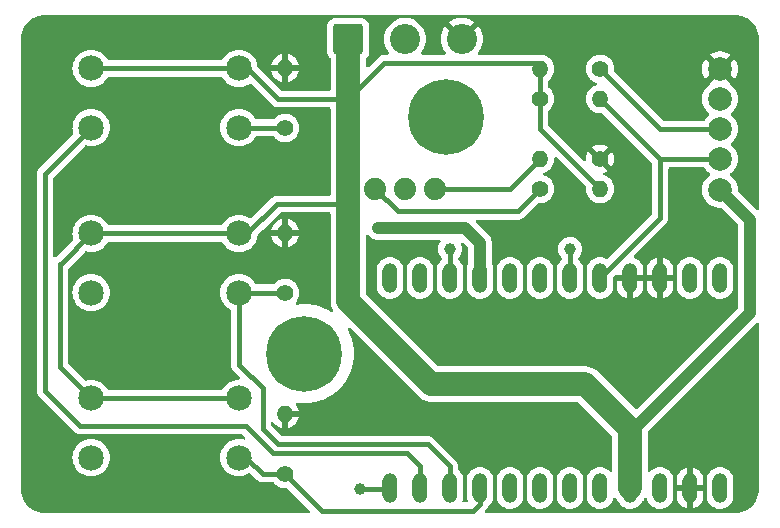
<source format=gbr>
%TF.GenerationSoftware,KiCad,Pcbnew,8.0.6*%
%TF.CreationDate,2024-11-29T18:38:07+11:00*%
%TF.ProjectId,pcb,7063622e-6b69-4636-9164-5f7063625858,rev?*%
%TF.SameCoordinates,Original*%
%TF.FileFunction,Copper,L1,Top*%
%TF.FilePolarity,Positive*%
%FSLAX46Y46*%
G04 Gerber Fmt 4.6, Leading zero omitted, Abs format (unit mm)*
G04 Created by KiCad (PCBNEW 8.0.6) date 2024-11-29 18:38:07*
%MOMM*%
%LPD*%
G01*
G04 APERTURE LIST*
G04 Aperture macros list*
%AMRoundRect*
0 Rectangle with rounded corners*
0 $1 Rounding radius*
0 $2 $3 $4 $5 $6 $7 $8 $9 X,Y pos of 4 corners*
0 Add a 4 corners polygon primitive as box body*
4,1,4,$2,$3,$4,$5,$6,$7,$8,$9,$2,$3,0*
0 Add four circle primitives for the rounded corners*
1,1,$1+$1,$2,$3*
1,1,$1+$1,$4,$5*
1,1,$1+$1,$6,$7*
1,1,$1+$1,$8,$9*
0 Add four rect primitives between the rounded corners*
20,1,$1+$1,$2,$3,$4,$5,0*
20,1,$1+$1,$4,$5,$6,$7,0*
20,1,$1+$1,$6,$7,$8,$9,0*
20,1,$1+$1,$8,$9,$2,$3,0*%
G04 Aperture macros list end*
%TA.AperFunction,ComponentPad*%
%ADD10C,1.400000*%
%TD*%
%TA.AperFunction,ComponentPad*%
%ADD11O,1.400000X1.400000*%
%TD*%
%TA.AperFunction,ComponentPad*%
%ADD12C,6.400000*%
%TD*%
%TA.AperFunction,ComponentPad*%
%ADD13C,1.879600*%
%TD*%
%TA.AperFunction,ComponentPad*%
%ADD14C,2.000000*%
%TD*%
%TA.AperFunction,ComponentPad*%
%ADD15C,2.159000*%
%TD*%
%TA.AperFunction,ComponentPad*%
%ADD16RoundRect,0.249999X-1.025001X-1.025001X1.025001X-1.025001X1.025001X1.025001X-1.025001X1.025001X0*%
%TD*%
%TA.AperFunction,ComponentPad*%
%ADD17C,2.550000*%
%TD*%
%TA.AperFunction,SMDPad,CuDef*%
%ADD18RoundRect,0.635000X-0.000010X0.635000X-0.000010X-0.635000X0.000010X-0.635000X0.000010X0.635000X0*%
%TD*%
%TA.AperFunction,ViaPad*%
%ADD19C,1.000000*%
%TD*%
%TA.AperFunction,Conductor*%
%ADD20C,0.400000*%
%TD*%
%TA.AperFunction,Conductor*%
%ADD21C,1.000000*%
%TD*%
%TA.AperFunction,Conductor*%
%ADD22C,2.000000*%
%TD*%
G04 APERTURE END LIST*
D10*
%TO.P,R7,1*%
%TO.N,SCL*%
X74930000Y-30480000D03*
D11*
%TO.P,R7,2*%
%TO.N,VCC*%
X69850000Y-30480000D03*
%TD*%
D12*
%TO.P,H2,1*%
%TO.N,N/C*%
X61900000Y-34580000D03*
%TD*%
D13*
%TO.P,SW4,1,A*%
%TO.N,Net-(SW4-A)*%
X55880000Y-40640000D03*
%TO.P,SW4,2,B*%
%TO.N,SW4*%
X58420000Y-40640000D03*
%TO.P,SW4,3,C*%
%TO.N,Net-(SW4-C)*%
X60960000Y-40640000D03*
%TD*%
D14*
%TO.P,A1,1,Pin_1*%
%TO.N,VCC*%
X85090000Y-40720000D03*
%TO.P,A1,2,Pin_2*%
%TO.N,SDA*%
X85090000Y-38100000D03*
%TO.P,A1,3,Pin_3*%
%TO.N,SCL*%
X85090000Y-35560000D03*
%TO.P,A1,4,Pin_4*%
%TO.N,INT*%
X85090000Y-33020000D03*
%TO.P,A1,5,Pin_5*%
%TO.N,GND*%
X85090000Y-30480000D03*
%TD*%
D15*
%TO.P,SW2,1,1*%
%TO.N,VCC*%
X31850000Y-44410000D03*
X44350000Y-44410000D03*
%TO.P,SW2,2,2*%
%TO.N,SW2*%
X31850000Y-49410000D03*
X44350000Y-49410000D03*
%TD*%
D10*
%TO.P,R3,1*%
%TO.N,SW3*%
X48260000Y-64770000D03*
D11*
%TO.P,R3,2*%
%TO.N,GND*%
X48260000Y-59690000D03*
%TD*%
D10*
%TO.P,R4,1*%
%TO.N,Net-(SW4-A)*%
X69850000Y-40640000D03*
D11*
%TO.P,R4,2*%
%TO.N,VCC*%
X74930000Y-40640000D03*
%TD*%
D12*
%TO.P,H1,1*%
%TO.N,N/C*%
X49900000Y-54580000D03*
%TD*%
D16*
%TO.P,J1,1,Pin_1*%
%TO.N,VCC*%
X53620000Y-27940000D03*
D17*
%TO.P,J1,2,Pin_2*%
%TO.N,LEDDATA*%
X58420000Y-27940000D03*
%TO.P,J1,3,Pin_3*%
%TO.N,GND*%
X63220000Y-27940000D03*
%TD*%
D10*
%TO.P,R1,1*%
%TO.N,SW1*%
X48260000Y-35480000D03*
D11*
%TO.P,R1,2*%
%TO.N,GND*%
X48260000Y-30400000D03*
%TD*%
D10*
%TO.P,R5,1*%
%TO.N,GND*%
X74930000Y-38100000D03*
D11*
%TO.P,R5,2*%
%TO.N,Net-(SW4-C)*%
X69850000Y-38100000D03*
%TD*%
D18*
%TO.P,U1,1,TX*%
%TO.N,unconnected-(U1-TX-Pad1)*%
X85090000Y-48180000D03*
%TO.P,U1,2,RX*%
%TO.N,unconnected-(U1-RX-Pad2)*%
X82550000Y-48180000D03*
%TO.P,U1,3,GND*%
%TO.N,GND*%
X80010000Y-48180000D03*
%TO.P,U1,4,GND*%
X77470000Y-48180000D03*
%TO.P,U1,5,D2*%
%TO.N,SDA*%
X74930000Y-48180000D03*
%TO.P,U1,6,D3*%
%TO.N,SCL*%
X72390000Y-48180000D03*
%TO.P,U1,7,D4/A6*%
%TO.N,unconnected-(U1-D4{slash}A6-Pad7)*%
X69850000Y-48180000D03*
%TO.P,U1,8,D5*%
%TO.N,unconnected-(U1-D5-Pad8)*%
X67310000Y-48180000D03*
%TO.P,U1,9,D6/A7*%
%TO.N,LEDDATA*%
X64770000Y-48180000D03*
%TO.P,U1,10,D7*%
%TO.N,INT*%
X62230000Y-48180000D03*
%TO.P,U1,11,D8/A8*%
%TO.N,unconnected-(U1-D8{slash}A8-Pad11)*%
X59690000Y-48180000D03*
%TO.P,U1,12,D9/A9*%
%TO.N,unconnected-(U1-D9{slash}A9-Pad12)*%
X57150000Y-48180000D03*
%TO.P,U1,13,D10/A10*%
%TO.N,SW4*%
X57150000Y-65960000D03*
%TO.P,U1,14,D16*%
%TO.N,SW1*%
X59690000Y-65960000D03*
%TO.P,U1,15,D14*%
%TO.N,SW2*%
X62230000Y-65960000D03*
%TO.P,U1,16,D15*%
%TO.N,SW3*%
X64770000Y-65960000D03*
%TO.P,U1,17,A0*%
%TO.N,unconnected-(U1-A0-Pad17)*%
X67310000Y-65960000D03*
%TO.P,U1,18,A1*%
%TO.N,unconnected-(U1-A1-Pad18)*%
X69850000Y-65960000D03*
%TO.P,U1,19,A2*%
%TO.N,unconnected-(U1-A2-Pad19)*%
X72390000Y-65960000D03*
%TO.P,U1,20,A3*%
%TO.N,unconnected-(U1-A3-Pad20)*%
X74930000Y-65960000D03*
%TO.P,U1,21,5V*%
%TO.N,VCC*%
X77470000Y-65960000D03*
%TO.P,U1,22,RST*%
%TO.N,unconnected-(U1-RST-Pad22)*%
X80010000Y-65960000D03*
%TO.P,U1,23,GND*%
%TO.N,GND*%
X82550000Y-65960000D03*
%TO.P,U1,24,RAW*%
%TO.N,unconnected-(U1-RAW-Pad24)*%
X85090000Y-65960000D03*
%TD*%
D15*
%TO.P,SW1,1,1*%
%TO.N,VCC*%
X31850000Y-30440000D03*
X44350000Y-30440000D03*
%TO.P,SW1,2,2*%
%TO.N,SW1*%
X31850000Y-35440000D03*
X44350000Y-35440000D03*
%TD*%
D10*
%TO.P,R6,1*%
%TO.N,VCC*%
X69850000Y-33020000D03*
D11*
%TO.P,R6,2*%
%TO.N,SDA*%
X74930000Y-33020000D03*
%TD*%
D15*
%TO.P,SW3,1,1*%
%TO.N,VCC*%
X31850000Y-58380000D03*
X44350000Y-58380000D03*
%TO.P,SW3,2,2*%
%TO.N,SW3*%
X31850000Y-63380000D03*
X44350000Y-63380000D03*
%TD*%
D10*
%TO.P,R2,1*%
%TO.N,SW2*%
X48260000Y-49450000D03*
D11*
%TO.P,R2,2*%
%TO.N,GND*%
X48260000Y-44370000D03*
%TD*%
D19*
%TO.N,GND*%
X80010000Y-45720000D03*
%TO.N,INT*%
X62230000Y-45720000D03*
%TO.N,LEDDATA*%
X56134000Y-43942000D03*
%TO.N,SCL*%
X72390000Y-45720000D03*
%TO.N,SW4*%
X54610000Y-66040000D03*
%TD*%
D20*
%TO.N,SW4*%
X57070000Y-66040000D02*
X57150000Y-65960000D01*
X54610000Y-66040000D02*
X57070000Y-66040000D01*
%TO.N,SW1*%
X31850000Y-35440000D02*
X27940000Y-39350000D01*
X27940000Y-57720000D02*
X30926000Y-60706000D01*
X30926000Y-60706000D02*
X44916000Y-60706000D01*
X27940000Y-39350000D02*
X27940000Y-57720000D01*
X44916000Y-60706000D02*
X47202000Y-62992000D01*
X47202000Y-62992000D02*
X58547000Y-62992000D01*
X58547000Y-62992000D02*
X59690000Y-64135000D01*
X59690000Y-64135000D02*
X59690000Y-65960000D01*
%TO.N,SW2*%
X62230000Y-65960000D02*
X62230000Y-64135000D01*
X44350000Y-55526000D02*
X44350000Y-49410000D01*
X62230000Y-64135000D02*
X60325000Y-62230000D01*
X46355000Y-60960000D02*
X46355000Y-57531000D01*
X60325000Y-62230000D02*
X47625000Y-62230000D01*
X47625000Y-62230000D02*
X46355000Y-60960000D01*
X46355000Y-57531000D02*
X44350000Y-55526000D01*
%TO.N,SCL*%
X72390000Y-45720000D02*
X72390000Y-48180000D01*
%TO.N,INT*%
X62230000Y-48180000D02*
X62230000Y-45720000D01*
D21*
%TO.N,LEDDATA*%
X56134000Y-43942000D02*
X63500000Y-43942000D01*
X63500000Y-43942000D02*
X64770000Y-45212000D01*
X64770000Y-45212000D02*
X64770000Y-48180000D01*
D20*
%TO.N,VCC*%
X53620000Y-33020000D02*
X56668000Y-29972000D01*
X56668000Y-29972000D02*
X69342000Y-29972000D01*
X69342000Y-29972000D02*
X69850000Y-30480000D01*
X69850000Y-33020000D02*
X69850000Y-35560000D01*
X69850000Y-35560000D02*
X74930000Y-40640000D01*
D21*
X87630000Y-43260000D02*
X87630000Y-51117500D01*
D20*
X45075000Y-44410000D02*
X47575000Y-41910000D01*
D22*
X53620000Y-50127500D02*
X60642500Y-57150000D01*
D20*
X47575000Y-41910000D02*
X53620000Y-41910000D01*
D22*
X53620000Y-46990000D02*
X53620000Y-50127500D01*
X73660000Y-57150000D02*
X77470000Y-60960000D01*
D20*
X29210000Y-55740000D02*
X31850000Y-58380000D01*
X44350000Y-58380000D02*
X31850000Y-58380000D01*
X45075000Y-44410000D02*
X41910000Y-44410000D01*
X31850000Y-44410000D02*
X29270000Y-46990000D01*
D22*
X53620000Y-33020000D02*
X53620000Y-46990000D01*
D20*
X45075000Y-58380000D02*
X44410000Y-58380000D01*
X41910000Y-44410000D02*
X31125000Y-44410000D01*
D21*
X77787500Y-60960000D02*
X77470000Y-60960000D01*
D20*
X44350000Y-44410000D02*
X44350000Y-44550000D01*
D22*
X60642500Y-57150000D02*
X73660000Y-57150000D01*
D20*
X45075000Y-30440000D02*
X47655000Y-33020000D01*
D21*
X87630000Y-51117500D02*
X77787500Y-60960000D01*
D20*
X69850000Y-30480000D02*
X69850000Y-33020000D01*
X47655000Y-33020000D02*
X53620000Y-33020000D01*
D22*
X53620000Y-27940000D02*
X53620000Y-33020000D01*
D20*
X29210000Y-46990000D02*
X29210000Y-55740000D01*
X29270000Y-46990000D02*
X29210000Y-46990000D01*
D21*
X85090000Y-40720000D02*
X87630000Y-43260000D01*
D22*
X77470000Y-60960000D02*
X77470000Y-65960000D01*
D20*
X31125000Y-30440000D02*
X45075000Y-30440000D01*
%TO.N,SDA*%
X74930000Y-33020000D02*
X80010000Y-38100000D01*
X74930000Y-48180000D02*
X80010000Y-43100000D01*
X80010000Y-38100000D02*
X85090000Y-38100000D01*
X80010000Y-43100000D02*
X80010000Y-38100000D01*
%TO.N,SCL*%
X80010000Y-35560000D02*
X85090000Y-35560000D01*
X74930000Y-30480000D02*
X80010000Y-35560000D01*
%TO.N,Net-(SW4-A)*%
X67945000Y-42545000D02*
X69850000Y-40640000D01*
X55880000Y-40640000D02*
X57785000Y-42545000D01*
X57785000Y-42545000D02*
X67945000Y-42545000D01*
%TO.N,Net-(SW4-C)*%
X60960000Y-40640000D02*
X67310000Y-40640000D01*
X67310000Y-40640000D02*
X69850000Y-38100000D01*
%TO.N,SW1*%
X45075000Y-35440000D02*
X48220000Y-35440000D01*
X48220000Y-35440000D02*
X48260000Y-35480000D01*
%TO.N,SW2*%
X45075000Y-49410000D02*
X48220000Y-49410000D01*
X48220000Y-49410000D02*
X48260000Y-49450000D01*
%TO.N,SW3*%
X51370000Y-67880000D02*
X64200000Y-67880000D01*
X45075000Y-63490000D02*
X46355000Y-64770000D01*
X46355000Y-64770000D02*
X48260000Y-64770000D01*
X45075000Y-63380000D02*
X45075000Y-63490000D01*
X64200000Y-67880000D02*
X64770000Y-67310000D01*
X48260000Y-64770000D02*
X51370000Y-67880000D01*
X64770000Y-67310000D02*
X64770000Y-65960000D01*
%TD*%
%TA.AperFunction,Conductor*%
%TO.N,GND*%
G36*
X86364042Y-25900765D02*
G01*
X86386774Y-25902254D01*
X86618114Y-25917417D01*
X86634172Y-25919532D01*
X86879888Y-25968408D01*
X86895554Y-25972606D01*
X87046736Y-26023925D01*
X87132788Y-26053136D01*
X87147765Y-26059339D01*
X87361011Y-26164500D01*
X87372460Y-26170146D01*
X87386508Y-26178256D01*
X87594815Y-26317443D01*
X87607679Y-26327314D01*
X87796033Y-26492497D01*
X87807502Y-26503966D01*
X87972685Y-26692320D01*
X87982559Y-26705188D01*
X88121743Y-26913492D01*
X88129853Y-26927539D01*
X88240657Y-27152227D01*
X88246864Y-27167213D01*
X88327393Y-27404445D01*
X88331591Y-27420111D01*
X88380465Y-27665813D01*
X88382583Y-27681895D01*
X88399235Y-27935956D01*
X88399500Y-27944066D01*
X88399500Y-42315217D01*
X88379815Y-42382256D01*
X88327011Y-42428011D01*
X88257853Y-42437955D01*
X88194297Y-42408930D01*
X88187819Y-42402898D01*
X86629342Y-40844422D01*
X86595857Y-40783099D01*
X86593447Y-40746499D01*
X86595643Y-40720003D01*
X86595643Y-40719995D01*
X86575109Y-40472187D01*
X86575107Y-40472175D01*
X86514063Y-40231118D01*
X86414173Y-40003393D01*
X86278166Y-39795217D01*
X86259014Y-39774413D01*
X86109744Y-39612262D01*
X86109739Y-39612258D01*
X86109737Y-39612256D01*
X85975600Y-39507853D01*
X85934787Y-39451143D01*
X85931112Y-39381370D01*
X85965744Y-39320687D01*
X85975600Y-39312147D01*
X86043089Y-39259618D01*
X86109744Y-39207738D01*
X86278164Y-39024785D01*
X86414173Y-38816607D01*
X86514063Y-38588881D01*
X86575108Y-38347821D01*
X86577294Y-38321439D01*
X86595643Y-38100005D01*
X86595643Y-38099994D01*
X86575109Y-37852187D01*
X86575107Y-37852175D01*
X86514063Y-37611118D01*
X86414173Y-37383393D01*
X86278166Y-37175217D01*
X86139776Y-37024886D01*
X86109744Y-36992262D01*
X86026991Y-36927852D01*
X85986179Y-36871143D01*
X85982504Y-36801370D01*
X86017136Y-36740687D01*
X86026985Y-36732151D01*
X86109744Y-36667738D01*
X86278164Y-36484785D01*
X86414173Y-36276607D01*
X86514063Y-36048881D01*
X86575108Y-35807821D01*
X86578712Y-35764328D01*
X86595643Y-35560005D01*
X86595643Y-35559994D01*
X86575109Y-35312187D01*
X86575107Y-35312175D01*
X86514063Y-35071118D01*
X86414173Y-34843393D01*
X86278166Y-34635217D01*
X86227335Y-34580000D01*
X86109744Y-34452262D01*
X86026991Y-34387852D01*
X85986179Y-34331143D01*
X85982504Y-34261370D01*
X86017136Y-34200687D01*
X86026985Y-34192151D01*
X86109744Y-34127738D01*
X86278164Y-33944785D01*
X86414173Y-33736607D01*
X86514063Y-33508881D01*
X86575108Y-33267821D01*
X86579340Y-33216754D01*
X86595643Y-33020005D01*
X86595643Y-33019994D01*
X86575109Y-32772187D01*
X86575107Y-32772175D01*
X86514063Y-32531118D01*
X86414173Y-32303393D01*
X86278166Y-32095217D01*
X86228936Y-32041739D01*
X86109744Y-31912262D01*
X86006253Y-31831712D01*
X85965442Y-31775003D01*
X85958655Y-31726176D01*
X85960056Y-31703609D01*
X85219409Y-30962962D01*
X85282993Y-30945925D01*
X85397007Y-30880099D01*
X85490099Y-30787007D01*
X85555925Y-30672993D01*
X85572962Y-30609410D01*
X86313434Y-31349882D01*
X86413731Y-31196369D01*
X86513587Y-30968717D01*
X86574612Y-30727738D01*
X86574614Y-30727729D01*
X86595141Y-30480005D01*
X86595141Y-30479994D01*
X86574614Y-30232270D01*
X86574612Y-30232261D01*
X86513587Y-29991282D01*
X86413731Y-29763630D01*
X86313434Y-29610116D01*
X85572962Y-30350589D01*
X85555925Y-30287007D01*
X85490099Y-30172993D01*
X85397007Y-30079901D01*
X85282993Y-30014075D01*
X85219410Y-29997037D01*
X85960057Y-29256390D01*
X85960056Y-29256389D01*
X85913229Y-29219943D01*
X85694614Y-29101635D01*
X85694603Y-29101630D01*
X85459493Y-29020916D01*
X85214293Y-28980000D01*
X84965707Y-28980000D01*
X84720506Y-29020916D01*
X84485396Y-29101630D01*
X84485390Y-29101632D01*
X84266761Y-29219949D01*
X84219942Y-29256388D01*
X84219942Y-29256390D01*
X84960590Y-29997037D01*
X84897007Y-30014075D01*
X84782993Y-30079901D01*
X84689901Y-30172993D01*
X84624075Y-30287007D01*
X84607037Y-30350589D01*
X83866564Y-29610116D01*
X83766267Y-29763632D01*
X83666412Y-29991282D01*
X83605387Y-30232261D01*
X83605385Y-30232270D01*
X83584859Y-30479994D01*
X83584859Y-30480005D01*
X83605385Y-30727729D01*
X83605387Y-30727738D01*
X83666412Y-30968717D01*
X83766266Y-31196364D01*
X83866564Y-31349882D01*
X84607037Y-30609409D01*
X84624075Y-30672993D01*
X84689901Y-30787007D01*
X84782993Y-30880099D01*
X84897007Y-30945925D01*
X84960590Y-30962962D01*
X84219942Y-31703609D01*
X84221343Y-31726177D01*
X84205850Y-31794307D01*
X84173744Y-31831713D01*
X84070258Y-31912260D01*
X83901833Y-32095217D01*
X83765826Y-32303393D01*
X83665936Y-32531118D01*
X83604892Y-32772175D01*
X83604890Y-32772187D01*
X83584357Y-33019994D01*
X83584357Y-33020005D01*
X83604890Y-33267812D01*
X83604892Y-33267824D01*
X83665936Y-33508881D01*
X83765826Y-33736606D01*
X83901833Y-33944782D01*
X83901836Y-33944785D01*
X84070256Y-34127738D01*
X84153008Y-34192147D01*
X84193821Y-34248857D01*
X84197496Y-34318630D01*
X84162864Y-34379313D01*
X84153014Y-34387848D01*
X84094400Y-34433469D01*
X84070257Y-34452261D01*
X83901833Y-34635217D01*
X83792007Y-34803321D01*
X83738861Y-34848678D01*
X83688198Y-34859500D01*
X80351519Y-34859500D01*
X80284480Y-34839815D01*
X80263838Y-34823181D01*
X76158571Y-30717914D01*
X76125086Y-30656591D01*
X76122781Y-30618798D01*
X76135643Y-30480000D01*
X76135642Y-30479994D01*
X76115115Y-30258464D01*
X76115114Y-30258462D01*
X76107659Y-30232261D01*
X76054229Y-30044472D01*
X76039093Y-30014075D01*
X75955061Y-29845316D01*
X75955056Y-29845308D01*
X75820979Y-29667761D01*
X75656562Y-29517876D01*
X75656560Y-29517874D01*
X75467404Y-29400754D01*
X75467398Y-29400752D01*
X75259940Y-29320382D01*
X75041243Y-29279500D01*
X74818757Y-29279500D01*
X74600060Y-29320382D01*
X74468864Y-29371207D01*
X74392601Y-29400752D01*
X74392595Y-29400754D01*
X74203439Y-29517874D01*
X74203437Y-29517876D01*
X74039020Y-29667761D01*
X73904943Y-29845308D01*
X73904938Y-29845316D01*
X73805775Y-30044461D01*
X73805769Y-30044476D01*
X73744885Y-30258462D01*
X73744884Y-30258464D01*
X73724357Y-30479999D01*
X73724357Y-30480000D01*
X73744884Y-30701535D01*
X73744885Y-30701537D01*
X73805769Y-30915523D01*
X73805775Y-30915538D01*
X73904938Y-31114683D01*
X73904943Y-31114691D01*
X74039020Y-31292238D01*
X74203437Y-31442123D01*
X74203439Y-31442125D01*
X74392595Y-31559245D01*
X74392596Y-31559245D01*
X74392599Y-31559247D01*
X74586524Y-31634374D01*
X74641924Y-31676946D01*
X74665515Y-31742713D01*
X74649804Y-31810793D01*
X74599780Y-31859572D01*
X74586533Y-31865622D01*
X74466143Y-31912262D01*
X74392601Y-31940752D01*
X74392595Y-31940754D01*
X74203439Y-32057874D01*
X74203437Y-32057876D01*
X74039020Y-32207761D01*
X73904943Y-32385308D01*
X73904938Y-32385316D01*
X73805775Y-32584461D01*
X73805769Y-32584476D01*
X73744885Y-32798462D01*
X73744884Y-32798464D01*
X73724357Y-33019999D01*
X73724357Y-33020000D01*
X73744884Y-33241535D01*
X73744885Y-33241537D01*
X73805769Y-33455523D01*
X73805775Y-33455538D01*
X73904938Y-33654683D01*
X73904943Y-33654691D01*
X74039020Y-33832238D01*
X74203437Y-33982123D01*
X74203439Y-33982125D01*
X74392595Y-34099245D01*
X74392596Y-34099245D01*
X74392599Y-34099247D01*
X74600060Y-34179618D01*
X74818757Y-34220500D01*
X74818759Y-34220500D01*
X75041241Y-34220500D01*
X75041243Y-34220500D01*
X75060067Y-34216981D01*
X75129581Y-34224012D01*
X75170532Y-34251189D01*
X79273181Y-38353838D01*
X79306666Y-38415161D01*
X79309500Y-38441519D01*
X79309500Y-42758480D01*
X79289815Y-42825519D01*
X79273181Y-42846161D01*
X75605195Y-46514146D01*
X75543872Y-46547631D01*
X75474180Y-46542647D01*
X75468718Y-46540460D01*
X75345983Y-46487902D01*
X75277321Y-46458499D01*
X75277309Y-46458495D01*
X75065424Y-46412403D01*
X75065423Y-46412402D01*
X75065419Y-46412402D01*
X75016704Y-46409500D01*
X74843296Y-46409500D01*
X74794581Y-46412402D01*
X74794576Y-46412402D01*
X74794575Y-46412403D01*
X74582690Y-46458495D01*
X74582674Y-46458500D01*
X74383346Y-46543857D01*
X74383330Y-46543866D01*
X74203747Y-46665412D01*
X74050412Y-46818747D01*
X73928866Y-46998330D01*
X73928857Y-46998346D01*
X73843500Y-47197674D01*
X73843495Y-47197690D01*
X73812504Y-47340157D01*
X73797402Y-47409581D01*
X73794500Y-47458296D01*
X73794500Y-48901704D01*
X73797402Y-48950419D01*
X73797402Y-48950423D01*
X73797403Y-48950424D01*
X73843495Y-49162309D01*
X73843500Y-49162325D01*
X73928857Y-49361653D01*
X73928860Y-49361658D01*
X73928862Y-49361663D01*
X73928865Y-49361668D01*
X73928866Y-49361669D01*
X74050412Y-49541252D01*
X74203747Y-49694587D01*
X74203750Y-49694589D01*
X74383337Y-49816138D01*
X74383344Y-49816141D01*
X74383346Y-49816142D01*
X74582674Y-49901499D01*
X74582681Y-49901501D01*
X74582683Y-49901502D01*
X74582684Y-49901502D01*
X74582690Y-49901504D01*
X74668968Y-49920272D01*
X74794581Y-49947598D01*
X74843296Y-49950500D01*
X74843308Y-49950500D01*
X75016692Y-49950500D01*
X75016704Y-49950500D01*
X75065419Y-49947598D01*
X75230359Y-49911717D01*
X75277309Y-49901504D01*
X75277311Y-49901503D01*
X75277317Y-49901502D01*
X75277321Y-49901500D01*
X75277325Y-49901499D01*
X75397198Y-49850166D01*
X75476663Y-49816138D01*
X75656250Y-49694589D01*
X75809589Y-49541250D01*
X75931138Y-49361663D01*
X75988177Y-49228464D01*
X76016499Y-49162325D01*
X76016500Y-49162321D01*
X76016502Y-49162317D01*
X76062598Y-48950419D01*
X76065500Y-48901704D01*
X76065500Y-48901664D01*
X76335001Y-48901664D01*
X76337901Y-48950363D01*
X76383974Y-49162160D01*
X76383976Y-49162167D01*
X76469300Y-49361416D01*
X76469306Y-49361426D01*
X76590792Y-49540924D01*
X76590800Y-49540933D01*
X76744066Y-49694199D01*
X76744075Y-49694207D01*
X76923573Y-49815693D01*
X76923583Y-49815699D01*
X77122832Y-49901023D01*
X77122839Y-49901025D01*
X77219999Y-49922161D01*
X77720000Y-49922161D01*
X77817160Y-49901025D01*
X77817167Y-49901023D01*
X78016416Y-49815699D01*
X78016426Y-49815693D01*
X78195924Y-49694207D01*
X78195933Y-49694199D01*
X78349199Y-49540933D01*
X78349207Y-49540924D01*
X78470693Y-49361426D01*
X78470699Y-49361416D01*
X78556023Y-49162167D01*
X78556025Y-49162160D01*
X78602099Y-48950364D01*
X78605000Y-48901664D01*
X78875001Y-48901664D01*
X78877901Y-48950363D01*
X78923974Y-49162160D01*
X78923976Y-49162167D01*
X79009300Y-49361416D01*
X79009306Y-49361426D01*
X79130792Y-49540924D01*
X79130800Y-49540933D01*
X79284066Y-49694199D01*
X79284075Y-49694207D01*
X79463573Y-49815693D01*
X79463583Y-49815699D01*
X79662832Y-49901023D01*
X79662839Y-49901025D01*
X79759999Y-49922161D01*
X80260000Y-49922161D01*
X80357160Y-49901025D01*
X80357167Y-49901023D01*
X80556416Y-49815699D01*
X80556426Y-49815693D01*
X80735924Y-49694207D01*
X80735933Y-49694199D01*
X80889199Y-49540933D01*
X80889207Y-49540924D01*
X81010693Y-49361426D01*
X81010699Y-49361416D01*
X81096023Y-49162167D01*
X81096025Y-49162160D01*
X81142099Y-48950364D01*
X81145000Y-48901663D01*
X81145000Y-48430000D01*
X80260000Y-48430000D01*
X80260000Y-49922161D01*
X79759999Y-49922161D01*
X79760000Y-49922160D01*
X79760000Y-48430000D01*
X78875001Y-48430000D01*
X78875001Y-48901664D01*
X78605000Y-48901664D01*
X78605000Y-48901663D01*
X78605000Y-48430000D01*
X77720000Y-48430000D01*
X77720000Y-49922161D01*
X77219999Y-49922161D01*
X77220000Y-49922160D01*
X77220000Y-48430000D01*
X76335001Y-48430000D01*
X76335001Y-48901664D01*
X76065500Y-48901664D01*
X76065500Y-48086518D01*
X76085185Y-48019479D01*
X76101814Y-47998842D01*
X76165149Y-47935507D01*
X76226470Y-47902024D01*
X76296162Y-47907008D01*
X76331937Y-47930000D01*
X78604999Y-47930000D01*
X78604999Y-47458338D01*
X78604998Y-47458336D01*
X78875000Y-47458336D01*
X78875000Y-47930000D01*
X79760000Y-47930000D01*
X80260000Y-47930000D01*
X81144999Y-47930000D01*
X81144999Y-47458338D01*
X81144998Y-47458335D01*
X81144996Y-47458296D01*
X81414500Y-47458296D01*
X81414500Y-48901704D01*
X81417402Y-48950419D01*
X81417402Y-48950423D01*
X81417403Y-48950424D01*
X81463495Y-49162309D01*
X81463500Y-49162325D01*
X81548857Y-49361653D01*
X81548860Y-49361658D01*
X81548862Y-49361663D01*
X81548865Y-49361668D01*
X81548866Y-49361669D01*
X81670412Y-49541252D01*
X81823747Y-49694587D01*
X81823750Y-49694589D01*
X82003337Y-49816138D01*
X82003344Y-49816141D01*
X82003346Y-49816142D01*
X82202674Y-49901499D01*
X82202681Y-49901501D01*
X82202683Y-49901502D01*
X82202684Y-49901502D01*
X82202690Y-49901504D01*
X82288968Y-49920272D01*
X82414581Y-49947598D01*
X82463296Y-49950500D01*
X82463308Y-49950500D01*
X82636692Y-49950500D01*
X82636704Y-49950500D01*
X82685419Y-49947598D01*
X82850359Y-49911717D01*
X82897309Y-49901504D01*
X82897311Y-49901503D01*
X82897317Y-49901502D01*
X82897321Y-49901500D01*
X82897325Y-49901499D01*
X83017198Y-49850166D01*
X83096663Y-49816138D01*
X83276250Y-49694589D01*
X83429589Y-49541250D01*
X83551138Y-49361663D01*
X83608177Y-49228464D01*
X83636499Y-49162325D01*
X83636500Y-49162321D01*
X83636502Y-49162317D01*
X83682598Y-48950419D01*
X83685500Y-48901704D01*
X83685500Y-47458296D01*
X83954500Y-47458296D01*
X83954500Y-48901704D01*
X83957402Y-48950419D01*
X83957402Y-48950423D01*
X83957403Y-48950424D01*
X84003495Y-49162309D01*
X84003500Y-49162325D01*
X84088857Y-49361653D01*
X84088860Y-49361658D01*
X84088862Y-49361663D01*
X84088865Y-49361668D01*
X84088866Y-49361669D01*
X84210412Y-49541252D01*
X84363747Y-49694587D01*
X84363750Y-49694589D01*
X84543337Y-49816138D01*
X84543344Y-49816141D01*
X84543346Y-49816142D01*
X84742674Y-49901499D01*
X84742681Y-49901501D01*
X84742683Y-49901502D01*
X84742684Y-49901502D01*
X84742690Y-49901504D01*
X84828968Y-49920272D01*
X84954581Y-49947598D01*
X85003296Y-49950500D01*
X85003308Y-49950500D01*
X85176692Y-49950500D01*
X85176704Y-49950500D01*
X85225419Y-49947598D01*
X85390359Y-49911717D01*
X85437309Y-49901504D01*
X85437311Y-49901503D01*
X85437317Y-49901502D01*
X85437321Y-49901500D01*
X85437325Y-49901499D01*
X85557198Y-49850166D01*
X85636663Y-49816138D01*
X85816250Y-49694589D01*
X85969589Y-49541250D01*
X86091138Y-49361663D01*
X86148177Y-49228464D01*
X86176499Y-49162325D01*
X86176500Y-49162321D01*
X86176502Y-49162317D01*
X86222598Y-48950419D01*
X86225500Y-48901704D01*
X86225500Y-47458296D01*
X86222598Y-47409581D01*
X86176536Y-47197839D01*
X86176504Y-47197690D01*
X86176499Y-47197674D01*
X86091142Y-46998346D01*
X86091141Y-46998344D01*
X86091138Y-46998337D01*
X85969589Y-46818750D01*
X85969587Y-46818747D01*
X85816252Y-46665412D01*
X85636669Y-46543866D01*
X85636668Y-46543865D01*
X85636663Y-46543862D01*
X85636658Y-46543860D01*
X85636653Y-46543857D01*
X85437325Y-46458500D01*
X85437309Y-46458495D01*
X85225424Y-46412403D01*
X85225423Y-46412402D01*
X85225419Y-46412402D01*
X85176704Y-46409500D01*
X85003296Y-46409500D01*
X84954581Y-46412402D01*
X84954576Y-46412402D01*
X84954575Y-46412403D01*
X84742690Y-46458495D01*
X84742674Y-46458500D01*
X84543346Y-46543857D01*
X84543330Y-46543866D01*
X84363747Y-46665412D01*
X84210412Y-46818747D01*
X84088866Y-46998330D01*
X84088857Y-46998346D01*
X84003500Y-47197674D01*
X84003495Y-47197690D01*
X83972504Y-47340157D01*
X83957402Y-47409581D01*
X83954500Y-47458296D01*
X83685500Y-47458296D01*
X83682598Y-47409581D01*
X83636536Y-47197839D01*
X83636504Y-47197690D01*
X83636499Y-47197674D01*
X83551142Y-46998346D01*
X83551141Y-46998344D01*
X83551138Y-46998337D01*
X83429589Y-46818750D01*
X83429587Y-46818747D01*
X83276252Y-46665412D01*
X83096669Y-46543866D01*
X83096668Y-46543865D01*
X83096663Y-46543862D01*
X83096658Y-46543860D01*
X83096653Y-46543857D01*
X82897325Y-46458500D01*
X82897309Y-46458495D01*
X82685424Y-46412403D01*
X82685423Y-46412402D01*
X82685419Y-46412402D01*
X82636704Y-46409500D01*
X82463296Y-46409500D01*
X82414581Y-46412402D01*
X82414576Y-46412402D01*
X82414575Y-46412403D01*
X82202690Y-46458495D01*
X82202674Y-46458500D01*
X82003346Y-46543857D01*
X82003330Y-46543866D01*
X81823747Y-46665412D01*
X81670412Y-46818747D01*
X81548866Y-46998330D01*
X81548857Y-46998346D01*
X81463500Y-47197674D01*
X81463495Y-47197690D01*
X81432504Y-47340157D01*
X81417402Y-47409581D01*
X81414500Y-47458296D01*
X81144996Y-47458296D01*
X81142098Y-47409636D01*
X81096025Y-47197839D01*
X81096023Y-47197832D01*
X81010699Y-46998583D01*
X81010693Y-46998573D01*
X80889207Y-46819075D01*
X80889199Y-46819066D01*
X80735933Y-46665800D01*
X80735924Y-46665792D01*
X80556426Y-46544306D01*
X80556412Y-46544298D01*
X80357173Y-46458979D01*
X80357161Y-46458975D01*
X80260000Y-46437838D01*
X80260000Y-47930000D01*
X79760000Y-47930000D01*
X79760000Y-46437838D01*
X79662838Y-46458975D01*
X79662826Y-46458979D01*
X79463587Y-46544298D01*
X79463573Y-46544306D01*
X79284075Y-46665792D01*
X79284066Y-46665800D01*
X79130800Y-46819066D01*
X79130792Y-46819075D01*
X79009306Y-46998573D01*
X79009300Y-46998583D01*
X78923976Y-47197832D01*
X78923974Y-47197839D01*
X78877900Y-47409635D01*
X78875000Y-47458336D01*
X78604998Y-47458336D01*
X78604998Y-47458335D01*
X78602098Y-47409636D01*
X78556025Y-47197839D01*
X78556023Y-47197832D01*
X78470699Y-46998583D01*
X78470693Y-46998573D01*
X78349207Y-46819075D01*
X78349199Y-46819066D01*
X78195933Y-46665800D01*
X78195924Y-46665792D01*
X78016426Y-46544306D01*
X78016416Y-46544300D01*
X77862712Y-46478480D01*
X77808834Y-46433995D01*
X77787560Y-46367442D01*
X77805644Y-46299954D01*
X77823836Y-46276820D01*
X80554114Y-43546543D01*
X80630775Y-43431811D01*
X80683580Y-43304328D01*
X80698143Y-43231117D01*
X80710500Y-43168996D01*
X80710500Y-38924500D01*
X80730185Y-38857461D01*
X80782989Y-38811706D01*
X80834500Y-38800500D01*
X83688198Y-38800500D01*
X83755237Y-38820185D01*
X83792007Y-38856679D01*
X83901833Y-39024782D01*
X83901836Y-39024785D01*
X84070256Y-39207738D01*
X84070259Y-39207740D01*
X84070262Y-39207743D01*
X84204400Y-39312147D01*
X84245213Y-39368857D01*
X84248888Y-39438630D01*
X84214256Y-39499313D01*
X84204400Y-39507853D01*
X84070262Y-39612256D01*
X84070259Y-39612259D01*
X84070256Y-39612261D01*
X84070256Y-39612262D01*
X84044577Y-39640157D01*
X83901833Y-39795217D01*
X83765826Y-40003393D01*
X83665936Y-40231118D01*
X83604892Y-40472175D01*
X83604890Y-40472187D01*
X83584357Y-40719994D01*
X83584357Y-40720005D01*
X83604890Y-40967812D01*
X83604892Y-40967824D01*
X83665936Y-41208881D01*
X83765826Y-41436606D01*
X83901833Y-41644782D01*
X83901836Y-41644785D01*
X84070256Y-41827738D01*
X84266491Y-41980474D01*
X84485190Y-42098828D01*
X84720386Y-42179571D01*
X84965665Y-42220500D01*
X85124218Y-42220500D01*
X85191257Y-42240185D01*
X85211899Y-42256819D01*
X86593181Y-43638101D01*
X86626666Y-43699424D01*
X86629500Y-43725782D01*
X86629500Y-50651717D01*
X86609815Y-50718756D01*
X86593181Y-50739398D01*
X78069984Y-59262595D01*
X78008661Y-59296080D01*
X77938969Y-59291096D01*
X77894622Y-59262595D01*
X74637511Y-56005484D01*
X74446434Y-55866657D01*
X74235996Y-55759433D01*
X74011368Y-55686446D01*
X73778097Y-55649500D01*
X73778092Y-55649500D01*
X61315390Y-55649500D01*
X61248351Y-55629815D01*
X61227709Y-55613181D01*
X55156819Y-49542291D01*
X55123334Y-49480968D01*
X55120500Y-49454610D01*
X55120500Y-47458296D01*
X56014500Y-47458296D01*
X56014500Y-48901704D01*
X56017402Y-48950419D01*
X56017402Y-48950423D01*
X56017403Y-48950424D01*
X56063495Y-49162309D01*
X56063500Y-49162325D01*
X56148857Y-49361653D01*
X56148860Y-49361658D01*
X56148862Y-49361663D01*
X56148865Y-49361668D01*
X56148866Y-49361669D01*
X56270412Y-49541252D01*
X56423747Y-49694587D01*
X56423750Y-49694589D01*
X56603337Y-49816138D01*
X56603344Y-49816141D01*
X56603346Y-49816142D01*
X56802674Y-49901499D01*
X56802681Y-49901501D01*
X56802683Y-49901502D01*
X56802684Y-49901502D01*
X56802690Y-49901504D01*
X56888968Y-49920272D01*
X57014581Y-49947598D01*
X57063296Y-49950500D01*
X57063308Y-49950500D01*
X57236692Y-49950500D01*
X57236704Y-49950500D01*
X57285419Y-49947598D01*
X57450359Y-49911717D01*
X57497309Y-49901504D01*
X57497311Y-49901503D01*
X57497317Y-49901502D01*
X57497321Y-49901500D01*
X57497325Y-49901499D01*
X57617198Y-49850166D01*
X57696663Y-49816138D01*
X57876250Y-49694589D01*
X58029589Y-49541250D01*
X58151138Y-49361663D01*
X58208177Y-49228464D01*
X58236499Y-49162325D01*
X58236500Y-49162321D01*
X58236502Y-49162317D01*
X58282598Y-48950419D01*
X58285500Y-48901704D01*
X58285500Y-47458296D01*
X58554500Y-47458296D01*
X58554500Y-48901704D01*
X58557402Y-48950419D01*
X58557402Y-48950423D01*
X58557403Y-48950424D01*
X58603495Y-49162309D01*
X58603500Y-49162325D01*
X58688857Y-49361653D01*
X58688860Y-49361658D01*
X58688862Y-49361663D01*
X58688865Y-49361668D01*
X58688866Y-49361669D01*
X58810412Y-49541252D01*
X58963747Y-49694587D01*
X58963750Y-49694589D01*
X59143337Y-49816138D01*
X59143344Y-49816141D01*
X59143346Y-49816142D01*
X59342674Y-49901499D01*
X59342681Y-49901501D01*
X59342683Y-49901502D01*
X59342684Y-49901502D01*
X59342690Y-49901504D01*
X59428968Y-49920272D01*
X59554581Y-49947598D01*
X59603296Y-49950500D01*
X59603308Y-49950500D01*
X59776692Y-49950500D01*
X59776704Y-49950500D01*
X59825419Y-49947598D01*
X59990359Y-49911717D01*
X60037309Y-49901504D01*
X60037311Y-49901503D01*
X60037317Y-49901502D01*
X60037321Y-49901500D01*
X60037325Y-49901499D01*
X60157198Y-49850166D01*
X60236663Y-49816138D01*
X60416250Y-49694589D01*
X60569589Y-49541250D01*
X60691138Y-49361663D01*
X60748177Y-49228464D01*
X60776499Y-49162325D01*
X60776500Y-49162321D01*
X60776502Y-49162317D01*
X60822598Y-48950419D01*
X60825500Y-48901704D01*
X60825500Y-47458296D01*
X60822598Y-47409581D01*
X60776536Y-47197839D01*
X60776504Y-47197690D01*
X60776499Y-47197674D01*
X60691142Y-46998346D01*
X60691141Y-46998344D01*
X60691138Y-46998337D01*
X60569589Y-46818750D01*
X60569587Y-46818747D01*
X60416252Y-46665412D01*
X60236669Y-46543866D01*
X60236668Y-46543865D01*
X60236663Y-46543862D01*
X60236658Y-46543860D01*
X60236653Y-46543857D01*
X60037325Y-46458500D01*
X60037309Y-46458495D01*
X59825424Y-46412403D01*
X59825423Y-46412402D01*
X59825419Y-46412402D01*
X59776704Y-46409500D01*
X59603296Y-46409500D01*
X59554581Y-46412402D01*
X59554576Y-46412402D01*
X59554575Y-46412403D01*
X59342690Y-46458495D01*
X59342674Y-46458500D01*
X59143346Y-46543857D01*
X59143330Y-46543866D01*
X58963747Y-46665412D01*
X58810412Y-46818747D01*
X58688866Y-46998330D01*
X58688857Y-46998346D01*
X58603500Y-47197674D01*
X58603495Y-47197690D01*
X58572504Y-47340157D01*
X58557402Y-47409581D01*
X58554500Y-47458296D01*
X58285500Y-47458296D01*
X58282598Y-47409581D01*
X58236536Y-47197839D01*
X58236504Y-47197690D01*
X58236499Y-47197674D01*
X58151142Y-46998346D01*
X58151141Y-46998344D01*
X58151138Y-46998337D01*
X58029589Y-46818750D01*
X58029587Y-46818747D01*
X57876252Y-46665412D01*
X57696669Y-46543866D01*
X57696668Y-46543865D01*
X57696663Y-46543862D01*
X57696658Y-46543860D01*
X57696653Y-46543857D01*
X57497325Y-46458500D01*
X57497309Y-46458495D01*
X57285424Y-46412403D01*
X57285423Y-46412402D01*
X57285419Y-46412402D01*
X57236704Y-46409500D01*
X57063296Y-46409500D01*
X57014581Y-46412402D01*
X57014576Y-46412402D01*
X57014575Y-46412403D01*
X56802690Y-46458495D01*
X56802674Y-46458500D01*
X56603346Y-46543857D01*
X56603330Y-46543866D01*
X56423747Y-46665412D01*
X56270412Y-46818747D01*
X56148866Y-46998330D01*
X56148857Y-46998346D01*
X56063500Y-47197674D01*
X56063495Y-47197690D01*
X56032504Y-47340157D01*
X56017402Y-47409581D01*
X56014500Y-47458296D01*
X55120500Y-47458296D01*
X55120500Y-44634816D01*
X55140185Y-44567777D01*
X55192989Y-44522022D01*
X55262147Y-44512078D01*
X55325703Y-44541103D01*
X55347602Y-44565925D01*
X55356861Y-44579782D01*
X55356865Y-44579787D01*
X55387479Y-44610401D01*
X55395651Y-44619416D01*
X55420808Y-44650070D01*
X55423118Y-44652884D01*
X55456581Y-44680346D01*
X55465599Y-44688520D01*
X55496214Y-44719136D01*
X55496219Y-44719140D01*
X55514852Y-44731590D01*
X55524584Y-44738093D01*
X55532219Y-44743194D01*
X55541988Y-44750438D01*
X55575462Y-44777910D01*
X55575464Y-44777911D01*
X55613640Y-44798316D01*
X55624078Y-44804572D01*
X55660086Y-44828632D01*
X55700095Y-44845203D01*
X55711091Y-44850404D01*
X55749273Y-44870814D01*
X55790710Y-44883383D01*
X55802160Y-44887480D01*
X55842165Y-44904051D01*
X55884640Y-44912499D01*
X55896414Y-44915448D01*
X55937868Y-44928024D01*
X55980964Y-44932268D01*
X55992990Y-44934052D01*
X56023480Y-44940117D01*
X56035458Y-44942500D01*
X56035459Y-44942500D01*
X56078756Y-44942500D01*
X56090909Y-44943096D01*
X56134000Y-44947341D01*
X56177090Y-44943096D01*
X56189244Y-44942500D01*
X61311611Y-44942500D01*
X61378650Y-44962185D01*
X61424405Y-45014989D01*
X61434349Y-45084147D01*
X61407465Y-45145164D01*
X61394090Y-45161461D01*
X61394086Y-45161467D01*
X61301188Y-45335266D01*
X61243975Y-45523870D01*
X61224659Y-45720000D01*
X61243975Y-45916129D01*
X61301188Y-46104733D01*
X61394086Y-46278532D01*
X61394090Y-46278539D01*
X61441475Y-46336277D01*
X61501353Y-46409238D01*
X61528666Y-46473546D01*
X61529500Y-46487902D01*
X61529500Y-46588298D01*
X61509815Y-46655337D01*
X61493181Y-46675979D01*
X61350413Y-46818746D01*
X61350412Y-46818747D01*
X61228866Y-46998330D01*
X61228857Y-46998346D01*
X61143500Y-47197674D01*
X61143495Y-47197690D01*
X61112504Y-47340157D01*
X61097402Y-47409581D01*
X61094500Y-47458296D01*
X61094500Y-48901704D01*
X61097402Y-48950419D01*
X61097402Y-48950423D01*
X61097403Y-48950424D01*
X61143495Y-49162309D01*
X61143500Y-49162325D01*
X61228857Y-49361653D01*
X61228860Y-49361658D01*
X61228862Y-49361663D01*
X61228865Y-49361668D01*
X61228866Y-49361669D01*
X61350412Y-49541252D01*
X61503747Y-49694587D01*
X61503750Y-49694589D01*
X61683337Y-49816138D01*
X61683344Y-49816141D01*
X61683346Y-49816142D01*
X61882674Y-49901499D01*
X61882681Y-49901501D01*
X61882683Y-49901502D01*
X61882684Y-49901502D01*
X61882690Y-49901504D01*
X61968968Y-49920272D01*
X62094581Y-49947598D01*
X62143296Y-49950500D01*
X62143308Y-49950500D01*
X62316692Y-49950500D01*
X62316704Y-49950500D01*
X62365419Y-49947598D01*
X62530359Y-49911717D01*
X62577309Y-49901504D01*
X62577311Y-49901503D01*
X62577317Y-49901502D01*
X62577321Y-49901500D01*
X62577325Y-49901499D01*
X62697198Y-49850166D01*
X62776663Y-49816138D01*
X62956250Y-49694589D01*
X63109589Y-49541250D01*
X63231138Y-49361663D01*
X63288177Y-49228464D01*
X63316499Y-49162325D01*
X63316500Y-49162321D01*
X63316502Y-49162317D01*
X63362598Y-48950419D01*
X63365500Y-48901704D01*
X63365500Y-47458296D01*
X63362598Y-47409581D01*
X63316536Y-47197839D01*
X63316504Y-47197690D01*
X63316499Y-47197674D01*
X63231142Y-46998346D01*
X63231141Y-46998344D01*
X63231138Y-46998337D01*
X63109589Y-46818750D01*
X63109587Y-46818747D01*
X62966819Y-46675979D01*
X62933334Y-46614656D01*
X62930500Y-46588298D01*
X62930500Y-46487902D01*
X62950185Y-46420863D01*
X62958642Y-46409242D01*
X63065910Y-46278538D01*
X63158814Y-46104727D01*
X63216024Y-45916132D01*
X63235341Y-45720000D01*
X63216024Y-45523868D01*
X63163377Y-45350315D01*
X63162753Y-45280448D01*
X63200001Y-45221335D01*
X63263295Y-45191744D01*
X63332539Y-45201069D01*
X63369718Y-45226638D01*
X63733181Y-45590101D01*
X63766666Y-45651424D01*
X63769500Y-45677782D01*
X63769500Y-46971415D01*
X63759488Y-47020227D01*
X63683500Y-47197674D01*
X63683495Y-47197690D01*
X63652504Y-47340157D01*
X63637402Y-47409581D01*
X63634500Y-47458296D01*
X63634500Y-48901704D01*
X63637402Y-48950419D01*
X63637402Y-48950423D01*
X63637403Y-48950424D01*
X63683495Y-49162309D01*
X63683500Y-49162325D01*
X63768857Y-49361653D01*
X63768860Y-49361658D01*
X63768862Y-49361663D01*
X63768865Y-49361668D01*
X63768866Y-49361669D01*
X63890412Y-49541252D01*
X64043747Y-49694587D01*
X64043750Y-49694589D01*
X64223337Y-49816138D01*
X64223344Y-49816141D01*
X64223346Y-49816142D01*
X64422674Y-49901499D01*
X64422681Y-49901501D01*
X64422683Y-49901502D01*
X64422684Y-49901502D01*
X64422690Y-49901504D01*
X64508968Y-49920272D01*
X64634581Y-49947598D01*
X64683296Y-49950500D01*
X64683308Y-49950500D01*
X64856692Y-49950500D01*
X64856704Y-49950500D01*
X64905419Y-49947598D01*
X65070359Y-49911717D01*
X65117309Y-49901504D01*
X65117311Y-49901503D01*
X65117317Y-49901502D01*
X65117321Y-49901500D01*
X65117325Y-49901499D01*
X65237198Y-49850166D01*
X65316663Y-49816138D01*
X65496250Y-49694589D01*
X65649589Y-49541250D01*
X65771138Y-49361663D01*
X65828177Y-49228464D01*
X65856499Y-49162325D01*
X65856500Y-49162321D01*
X65856502Y-49162317D01*
X65902598Y-48950419D01*
X65905500Y-48901704D01*
X65905500Y-47458296D01*
X66174500Y-47458296D01*
X66174500Y-48901704D01*
X66177402Y-48950419D01*
X66177402Y-48950423D01*
X66177403Y-48950424D01*
X66223495Y-49162309D01*
X66223500Y-49162325D01*
X66308857Y-49361653D01*
X66308860Y-49361658D01*
X66308862Y-49361663D01*
X66308865Y-49361668D01*
X66308866Y-49361669D01*
X66430412Y-49541252D01*
X66583747Y-49694587D01*
X66583750Y-49694589D01*
X66763337Y-49816138D01*
X66763344Y-49816141D01*
X66763346Y-49816142D01*
X66962674Y-49901499D01*
X66962681Y-49901501D01*
X66962683Y-49901502D01*
X66962684Y-49901502D01*
X66962690Y-49901504D01*
X67048968Y-49920272D01*
X67174581Y-49947598D01*
X67223296Y-49950500D01*
X67223308Y-49950500D01*
X67396692Y-49950500D01*
X67396704Y-49950500D01*
X67445419Y-49947598D01*
X67610359Y-49911717D01*
X67657309Y-49901504D01*
X67657311Y-49901503D01*
X67657317Y-49901502D01*
X67657321Y-49901500D01*
X67657325Y-49901499D01*
X67777198Y-49850166D01*
X67856663Y-49816138D01*
X68036250Y-49694589D01*
X68189589Y-49541250D01*
X68311138Y-49361663D01*
X68368177Y-49228464D01*
X68396499Y-49162325D01*
X68396500Y-49162321D01*
X68396502Y-49162317D01*
X68442598Y-48950419D01*
X68445500Y-48901704D01*
X68445500Y-47458296D01*
X68714500Y-47458296D01*
X68714500Y-48901704D01*
X68717402Y-48950419D01*
X68717402Y-48950423D01*
X68717403Y-48950424D01*
X68763495Y-49162309D01*
X68763500Y-49162325D01*
X68848857Y-49361653D01*
X68848860Y-49361658D01*
X68848862Y-49361663D01*
X68848865Y-49361668D01*
X68848866Y-49361669D01*
X68970412Y-49541252D01*
X69123747Y-49694587D01*
X69123750Y-49694589D01*
X69303337Y-49816138D01*
X69303344Y-49816141D01*
X69303346Y-49816142D01*
X69502674Y-49901499D01*
X69502681Y-49901501D01*
X69502683Y-49901502D01*
X69502684Y-49901502D01*
X69502690Y-49901504D01*
X69588968Y-49920272D01*
X69714581Y-49947598D01*
X69763296Y-49950500D01*
X69763308Y-49950500D01*
X69936692Y-49950500D01*
X69936704Y-49950500D01*
X69985419Y-49947598D01*
X70150359Y-49911717D01*
X70197309Y-49901504D01*
X70197311Y-49901503D01*
X70197317Y-49901502D01*
X70197321Y-49901500D01*
X70197325Y-49901499D01*
X70317198Y-49850166D01*
X70396663Y-49816138D01*
X70576250Y-49694589D01*
X70729589Y-49541250D01*
X70851138Y-49361663D01*
X70908177Y-49228464D01*
X70936499Y-49162325D01*
X70936500Y-49162321D01*
X70936502Y-49162317D01*
X70982598Y-48950419D01*
X70985500Y-48901704D01*
X70985500Y-47458296D01*
X71254500Y-47458296D01*
X71254500Y-48901704D01*
X71257402Y-48950419D01*
X71257402Y-48950423D01*
X71257403Y-48950424D01*
X71303495Y-49162309D01*
X71303500Y-49162325D01*
X71388857Y-49361653D01*
X71388860Y-49361658D01*
X71388862Y-49361663D01*
X71388865Y-49361668D01*
X71388866Y-49361669D01*
X71510412Y-49541252D01*
X71663747Y-49694587D01*
X71663750Y-49694589D01*
X71843337Y-49816138D01*
X71843344Y-49816141D01*
X71843346Y-49816142D01*
X72042674Y-49901499D01*
X72042681Y-49901501D01*
X72042683Y-49901502D01*
X72042684Y-49901502D01*
X72042690Y-49901504D01*
X72128968Y-49920272D01*
X72254581Y-49947598D01*
X72303296Y-49950500D01*
X72303308Y-49950500D01*
X72476692Y-49950500D01*
X72476704Y-49950500D01*
X72525419Y-49947598D01*
X72690359Y-49911717D01*
X72737309Y-49901504D01*
X72737311Y-49901503D01*
X72737317Y-49901502D01*
X72737321Y-49901500D01*
X72737325Y-49901499D01*
X72857198Y-49850166D01*
X72936663Y-49816138D01*
X73116250Y-49694589D01*
X73269589Y-49541250D01*
X73391138Y-49361663D01*
X73448177Y-49228464D01*
X73476499Y-49162325D01*
X73476500Y-49162321D01*
X73476502Y-49162317D01*
X73522598Y-48950419D01*
X73525500Y-48901704D01*
X73525500Y-47458296D01*
X73522598Y-47409581D01*
X73476536Y-47197839D01*
X73476504Y-47197690D01*
X73476499Y-47197674D01*
X73391142Y-46998346D01*
X73391141Y-46998344D01*
X73391138Y-46998337D01*
X73269589Y-46818750D01*
X73269587Y-46818747D01*
X73126819Y-46675979D01*
X73093334Y-46614656D01*
X73090500Y-46588298D01*
X73090500Y-46487902D01*
X73110185Y-46420863D01*
X73118642Y-46409242D01*
X73225910Y-46278538D01*
X73318814Y-46104727D01*
X73376024Y-45916132D01*
X73395341Y-45720000D01*
X73376024Y-45523868D01*
X73318814Y-45335273D01*
X73318811Y-45335269D01*
X73318811Y-45335266D01*
X73225913Y-45161467D01*
X73225909Y-45161460D01*
X73100883Y-45009116D01*
X72948539Y-44884090D01*
X72948532Y-44884086D01*
X72774733Y-44791188D01*
X72774727Y-44791186D01*
X72627682Y-44746580D01*
X72586129Y-44733975D01*
X72390000Y-44714659D01*
X72193870Y-44733975D01*
X72005266Y-44791188D01*
X71831467Y-44884086D01*
X71831460Y-44884090D01*
X71679116Y-45009116D01*
X71554090Y-45161460D01*
X71554086Y-45161467D01*
X71461188Y-45335266D01*
X71403975Y-45523870D01*
X71384659Y-45720000D01*
X71403975Y-45916129D01*
X71461188Y-46104733D01*
X71554086Y-46278532D01*
X71554090Y-46278539D01*
X71601475Y-46336277D01*
X71661353Y-46409238D01*
X71688666Y-46473546D01*
X71689500Y-46487902D01*
X71689500Y-46588298D01*
X71669815Y-46655337D01*
X71653181Y-46675979D01*
X71510413Y-46818746D01*
X71510412Y-46818747D01*
X71388866Y-46998330D01*
X71388857Y-46998346D01*
X71303500Y-47197674D01*
X71303495Y-47197690D01*
X71272504Y-47340157D01*
X71257402Y-47409581D01*
X71254500Y-47458296D01*
X70985500Y-47458296D01*
X70982598Y-47409581D01*
X70936536Y-47197839D01*
X70936504Y-47197690D01*
X70936499Y-47197674D01*
X70851142Y-46998346D01*
X70851141Y-46998344D01*
X70851138Y-46998337D01*
X70729589Y-46818750D01*
X70729587Y-46818747D01*
X70576252Y-46665412D01*
X70396669Y-46543866D01*
X70396668Y-46543865D01*
X70396663Y-46543862D01*
X70396658Y-46543860D01*
X70396653Y-46543857D01*
X70197325Y-46458500D01*
X70197309Y-46458495D01*
X69985424Y-46412403D01*
X69985423Y-46412402D01*
X69985419Y-46412402D01*
X69936704Y-46409500D01*
X69763296Y-46409500D01*
X69714581Y-46412402D01*
X69714576Y-46412402D01*
X69714575Y-46412403D01*
X69502690Y-46458495D01*
X69502674Y-46458500D01*
X69303346Y-46543857D01*
X69303330Y-46543866D01*
X69123747Y-46665412D01*
X68970412Y-46818747D01*
X68848866Y-46998330D01*
X68848857Y-46998346D01*
X68763500Y-47197674D01*
X68763495Y-47197690D01*
X68732504Y-47340157D01*
X68717402Y-47409581D01*
X68714500Y-47458296D01*
X68445500Y-47458296D01*
X68442598Y-47409581D01*
X68396536Y-47197839D01*
X68396504Y-47197690D01*
X68396499Y-47197674D01*
X68311142Y-46998346D01*
X68311141Y-46998344D01*
X68311138Y-46998337D01*
X68189589Y-46818750D01*
X68189587Y-46818747D01*
X68036252Y-46665412D01*
X67856669Y-46543866D01*
X67856668Y-46543865D01*
X67856663Y-46543862D01*
X67856658Y-46543860D01*
X67856653Y-46543857D01*
X67657325Y-46458500D01*
X67657309Y-46458495D01*
X67445424Y-46412403D01*
X67445423Y-46412402D01*
X67445419Y-46412402D01*
X67396704Y-46409500D01*
X67223296Y-46409500D01*
X67174581Y-46412402D01*
X67174576Y-46412402D01*
X67174575Y-46412403D01*
X66962690Y-46458495D01*
X66962674Y-46458500D01*
X66763346Y-46543857D01*
X66763330Y-46543866D01*
X66583747Y-46665412D01*
X66430412Y-46818747D01*
X66308866Y-46998330D01*
X66308857Y-46998346D01*
X66223500Y-47197674D01*
X66223495Y-47197690D01*
X66192504Y-47340157D01*
X66177402Y-47409581D01*
X66174500Y-47458296D01*
X65905500Y-47458296D01*
X65902598Y-47409581D01*
X65856536Y-47197839D01*
X65856504Y-47197690D01*
X65856499Y-47197674D01*
X65780512Y-47020227D01*
X65770500Y-46971415D01*
X65770500Y-45113456D01*
X65770499Y-45113454D01*
X65749745Y-45009116D01*
X65732051Y-44920165D01*
X65725376Y-44904051D01*
X65723597Y-44899757D01*
X65694137Y-44828632D01*
X65656635Y-44738093D01*
X65656634Y-44738092D01*
X65656632Y-44738086D01*
X65620633Y-44684210D01*
X65547139Y-44574217D01*
X65404686Y-44431764D01*
X65404655Y-44431735D01*
X64430101Y-43457181D01*
X64396616Y-43395858D01*
X64401600Y-43326166D01*
X64443472Y-43270233D01*
X64508936Y-43245816D01*
X64517782Y-43245500D01*
X68013996Y-43245500D01*
X68105040Y-43227389D01*
X68149328Y-43218580D01*
X68213069Y-43192177D01*
X68276807Y-43165777D01*
X68276808Y-43165776D01*
X68276811Y-43165775D01*
X68391543Y-43089114D01*
X69609469Y-41871186D01*
X69670790Y-41837703D01*
X69719932Y-41836981D01*
X69738757Y-41840500D01*
X69738759Y-41840500D01*
X69961241Y-41840500D01*
X69961243Y-41840500D01*
X70179940Y-41799618D01*
X70387401Y-41719247D01*
X70576562Y-41602124D01*
X70740981Y-41452236D01*
X70875058Y-41274689D01*
X70974229Y-41075528D01*
X71035115Y-40861536D01*
X71055643Y-40640000D01*
X71035115Y-40418464D01*
X70974229Y-40204472D01*
X70974224Y-40204461D01*
X70875061Y-40005316D01*
X70875056Y-40005308D01*
X70740979Y-39827761D01*
X70576562Y-39677876D01*
X70576560Y-39677874D01*
X70387404Y-39560754D01*
X70387395Y-39560750D01*
X70277533Y-39518190D01*
X70193475Y-39485625D01*
X70138075Y-39443054D01*
X70114484Y-39377288D01*
X70130195Y-39309207D01*
X70180219Y-39260428D01*
X70193466Y-39254377D01*
X70387401Y-39179247D01*
X70576562Y-39062124D01*
X70740981Y-38912236D01*
X70875058Y-38734689D01*
X70974229Y-38535528D01*
X71035115Y-38321536D01*
X71055643Y-38100000D01*
X71052229Y-38063159D01*
X71065643Y-37994591D01*
X71114000Y-37944159D01*
X71181946Y-37927876D01*
X71247909Y-37950913D01*
X71263381Y-37964038D01*
X73701427Y-40402084D01*
X73734912Y-40463407D01*
X73737217Y-40501205D01*
X73724357Y-40639998D01*
X73724357Y-40640000D01*
X73744884Y-40861535D01*
X73744885Y-40861537D01*
X73805769Y-41075523D01*
X73805775Y-41075538D01*
X73904938Y-41274683D01*
X73904943Y-41274691D01*
X74039020Y-41452238D01*
X74203437Y-41602123D01*
X74203439Y-41602125D01*
X74392595Y-41719245D01*
X74392596Y-41719245D01*
X74392599Y-41719247D01*
X74600060Y-41799618D01*
X74818757Y-41840500D01*
X74818759Y-41840500D01*
X75041241Y-41840500D01*
X75041243Y-41840500D01*
X75259940Y-41799618D01*
X75467401Y-41719247D01*
X75656562Y-41602124D01*
X75820981Y-41452236D01*
X75955058Y-41274689D01*
X76054229Y-41075528D01*
X76115115Y-40861536D01*
X76135643Y-40640000D01*
X76115115Y-40418464D01*
X76054229Y-40204472D01*
X76054224Y-40204461D01*
X75955061Y-40005316D01*
X75955056Y-40005308D01*
X75820979Y-39827761D01*
X75656562Y-39677876D01*
X75656560Y-39677874D01*
X75467404Y-39560754D01*
X75467398Y-39560751D01*
X75308806Y-39499313D01*
X75272784Y-39485358D01*
X75217385Y-39442786D01*
X75193794Y-39377019D01*
X75209505Y-39308939D01*
X75259529Y-39260160D01*
X75272786Y-39254105D01*
X75467177Y-39178797D01*
X75467181Y-39178795D01*
X75583326Y-39106879D01*
X74926447Y-38450000D01*
X74976078Y-38450000D01*
X75065095Y-38426148D01*
X75144905Y-38380070D01*
X75210070Y-38314905D01*
X75256148Y-38235095D01*
X75280000Y-38146078D01*
X75280000Y-38099999D01*
X75283553Y-38099999D01*
X75283553Y-38100000D01*
X75938861Y-38755308D01*
X75954631Y-38734425D01*
X75954633Y-38734422D01*
X76053759Y-38535350D01*
X76114621Y-38321439D01*
X76135141Y-38100000D01*
X76135141Y-38099999D01*
X76114621Y-37878560D01*
X76053759Y-37664649D01*
X75954635Y-37465580D01*
X75954630Y-37465572D01*
X75938860Y-37444690D01*
X75283553Y-38099999D01*
X75280000Y-38099999D01*
X75280000Y-38053922D01*
X75256148Y-37964905D01*
X75210070Y-37885095D01*
X75144905Y-37819930D01*
X75065095Y-37773852D01*
X74976078Y-37750000D01*
X74883922Y-37750000D01*
X74794905Y-37773852D01*
X74715095Y-37819930D01*
X74649930Y-37885095D01*
X74603852Y-37964905D01*
X74580000Y-38053922D01*
X74580000Y-38103553D01*
X73921138Y-37444691D01*
X73921137Y-37444691D01*
X73905368Y-37465574D01*
X73806240Y-37664649D01*
X73745378Y-37878560D01*
X73724859Y-38099999D01*
X73724859Y-38100003D01*
X73728323Y-38137394D01*
X73714907Y-38205964D01*
X73666549Y-38256394D01*
X73598603Y-38272675D01*
X73532641Y-38249637D01*
X73517171Y-38236514D01*
X72373776Y-37093119D01*
X74276671Y-37093119D01*
X74930000Y-37746447D01*
X74930001Y-37746447D01*
X75583327Y-37093119D01*
X75467178Y-37021202D01*
X75467177Y-37021201D01*
X75259804Y-36940865D01*
X75041193Y-36900000D01*
X74818807Y-36900000D01*
X74600195Y-36940865D01*
X74392824Y-37021200D01*
X74392823Y-37021201D01*
X74276671Y-37093119D01*
X72373776Y-37093119D01*
X70586819Y-35306162D01*
X70553334Y-35244839D01*
X70550500Y-35218481D01*
X70550500Y-34060634D01*
X70570185Y-33993595D01*
X70590962Y-33968997D01*
X70740979Y-33832238D01*
X70770619Y-33792989D01*
X70875058Y-33654689D01*
X70974229Y-33455528D01*
X71035115Y-33241536D01*
X71055643Y-33020000D01*
X71055642Y-33019994D01*
X71035115Y-32798464D01*
X71035114Y-32798462D01*
X71027638Y-32772187D01*
X70974229Y-32584472D01*
X70962800Y-32561519D01*
X70875061Y-32385316D01*
X70875056Y-32385308D01*
X70740981Y-32207764D01*
X70590961Y-32071002D01*
X70554680Y-32011290D01*
X70550500Y-31979365D01*
X70550500Y-31520634D01*
X70570185Y-31453595D01*
X70590962Y-31428997D01*
X70740979Y-31292238D01*
X70801648Y-31211900D01*
X70875058Y-31114689D01*
X70974229Y-30915528D01*
X71035115Y-30701536D01*
X71055643Y-30480000D01*
X71055642Y-30479994D01*
X71035115Y-30258464D01*
X71035114Y-30258462D01*
X71027659Y-30232261D01*
X70974229Y-30044472D01*
X70959093Y-30014075D01*
X70875061Y-29845316D01*
X70875056Y-29845308D01*
X70740979Y-29667761D01*
X70576562Y-29517876D01*
X70576560Y-29517874D01*
X70387404Y-29400754D01*
X70387398Y-29400752D01*
X70179940Y-29320382D01*
X69961243Y-29279500D01*
X69738757Y-29279500D01*
X69717820Y-29283413D01*
X69610888Y-29303402D01*
X69552107Y-29300173D01*
X69546325Y-29298419D01*
X69410996Y-29271500D01*
X69410994Y-29271500D01*
X69410993Y-29271500D01*
X64685962Y-29271500D01*
X64618923Y-29251815D01*
X64573168Y-29199011D01*
X64563224Y-29129853D01*
X64589015Y-29070187D01*
X64690685Y-28942696D01*
X64823703Y-28712303D01*
X64920895Y-28464662D01*
X64920901Y-28464643D01*
X64980096Y-28205292D01*
X64980096Y-28205290D01*
X64999977Y-27940004D01*
X64999977Y-27939995D01*
X64980096Y-27674709D01*
X64980096Y-27674707D01*
X64920901Y-27415356D01*
X64920895Y-27415337D01*
X64823703Y-27167696D01*
X64690683Y-26937299D01*
X64639915Y-26873637D01*
X63916712Y-27596839D01*
X63906796Y-27572900D01*
X63821982Y-27445966D01*
X63714034Y-27338018D01*
X63587100Y-27253204D01*
X63563159Y-27243287D01*
X64287158Y-26519287D01*
X64109984Y-26398492D01*
X63870299Y-26283066D01*
X63616090Y-26204653D01*
X63616084Y-26204652D01*
X63353023Y-26165000D01*
X63086976Y-26165000D01*
X62823915Y-26204652D01*
X62823909Y-26204653D01*
X62569699Y-26283067D01*
X62569695Y-26283068D01*
X62330015Y-26398493D01*
X62330011Y-26398495D01*
X62152840Y-26519287D01*
X62876841Y-27243287D01*
X62852900Y-27253204D01*
X62725966Y-27338018D01*
X62618018Y-27445966D01*
X62533204Y-27572900D01*
X62523287Y-27596841D01*
X61800084Y-26873638D01*
X61749314Y-26937302D01*
X61616296Y-27167696D01*
X61519104Y-27415337D01*
X61519098Y-27415356D01*
X61459903Y-27674707D01*
X61459903Y-27674709D01*
X61440023Y-27939995D01*
X61440023Y-27940004D01*
X61459903Y-28205290D01*
X61459903Y-28205292D01*
X61519098Y-28464643D01*
X61519104Y-28464662D01*
X61616296Y-28712303D01*
X61749314Y-28942696D01*
X61850985Y-29070187D01*
X61877393Y-29134873D01*
X61864638Y-29203569D01*
X61816767Y-29254463D01*
X61754038Y-29271500D01*
X59886603Y-29271500D01*
X59819564Y-29251815D01*
X59773809Y-29199011D01*
X59763865Y-29129853D01*
X59789656Y-29070187D01*
X59823414Y-29027856D01*
X59891101Y-28942980D01*
X60024156Y-28712521D01*
X60121377Y-28464805D01*
X60180593Y-28205367D01*
X60194759Y-28016331D01*
X60200479Y-27940004D01*
X60200479Y-27939995D01*
X60180594Y-27674642D01*
X60180594Y-27674640D01*
X60180593Y-27674636D01*
X60180593Y-27674633D01*
X60121377Y-27415195D01*
X60024156Y-27167479D01*
X59891101Y-26937020D01*
X59725183Y-26728967D01*
X59725182Y-26728966D01*
X59725179Y-26728962D01*
X59530110Y-26547965D01*
X59465575Y-26503966D01*
X59310240Y-26398060D01*
X59310236Y-26398058D01*
X59310233Y-26398056D01*
X59310232Y-26398055D01*
X59070484Y-26282600D01*
X59070486Y-26282600D01*
X58816195Y-26204161D01*
X58816189Y-26204159D01*
X58553062Y-26164500D01*
X58553055Y-26164500D01*
X58286945Y-26164500D01*
X58286937Y-26164500D01*
X58023810Y-26204159D01*
X58023804Y-26204161D01*
X57769514Y-26282600D01*
X57529769Y-26398055D01*
X57529760Y-26398060D01*
X57309892Y-26547963D01*
X57114820Y-26728962D01*
X56948899Y-26937020D01*
X56815844Y-27167478D01*
X56718625Y-27415189D01*
X56718620Y-27415206D01*
X56659405Y-27674640D01*
X56659405Y-27674642D01*
X56639521Y-27939995D01*
X56639521Y-27940004D01*
X56659405Y-28205357D01*
X56659405Y-28205359D01*
X56711599Y-28434034D01*
X56718623Y-28464805D01*
X56815844Y-28712521D01*
X56948899Y-28942980D01*
X57016585Y-29027855D01*
X57050344Y-29070187D01*
X57076752Y-29134874D01*
X57063997Y-29203569D01*
X57016126Y-29254463D01*
X56953397Y-29271500D01*
X56599004Y-29271500D01*
X56463677Y-29298418D01*
X56463667Y-29298421D01*
X56336192Y-29351222D01*
X56221454Y-29427887D01*
X56221453Y-29427888D01*
X55332181Y-30317161D01*
X55270858Y-30350646D01*
X55201166Y-30345662D01*
X55145233Y-30303790D01*
X55120816Y-30238326D01*
X55120500Y-30229480D01*
X55120500Y-29602230D01*
X55140185Y-29535191D01*
X55156819Y-29514549D01*
X55162941Y-29508427D01*
X55237712Y-29433656D01*
X55329814Y-29284335D01*
X55384999Y-29117798D01*
X55395500Y-29015010D01*
X55395500Y-26864990D01*
X55384999Y-26762202D01*
X55329814Y-26595665D01*
X55237712Y-26446344D01*
X55113656Y-26322288D01*
X54964335Y-26230186D01*
X54797798Y-26175001D01*
X54797796Y-26175000D01*
X54695017Y-26164500D01*
X54695010Y-26164500D01*
X52544990Y-26164500D01*
X52544982Y-26164500D01*
X52442203Y-26175000D01*
X52442202Y-26175001D01*
X52359669Y-26202349D01*
X52275667Y-26230185D01*
X52275662Y-26230187D01*
X52126342Y-26322289D01*
X52002289Y-26446342D01*
X51910187Y-26595662D01*
X51910186Y-26595665D01*
X51855001Y-26762202D01*
X51855001Y-26762203D01*
X51855000Y-26762203D01*
X51844500Y-26864982D01*
X51844500Y-29015017D01*
X51855000Y-29117796D01*
X51910185Y-29284332D01*
X51910187Y-29284337D01*
X51931762Y-29319316D01*
X51998730Y-29427888D01*
X52002289Y-29433657D01*
X52083181Y-29514549D01*
X52116666Y-29575872D01*
X52119500Y-29602230D01*
X52119500Y-32195500D01*
X52099815Y-32262539D01*
X52047011Y-32308294D01*
X51995500Y-32319500D01*
X47996519Y-32319500D01*
X47929480Y-32299815D01*
X47908838Y-32283181D01*
X46275657Y-30650000D01*
X47083505Y-30650000D01*
X47136239Y-30835349D01*
X47235368Y-31034425D01*
X47369391Y-31211900D01*
X47533738Y-31361721D01*
X47722820Y-31478797D01*
X47722822Y-31478798D01*
X47930195Y-31559135D01*
X48010000Y-31574052D01*
X48510000Y-31574052D01*
X48589804Y-31559135D01*
X48797177Y-31478798D01*
X48797179Y-31478797D01*
X48986261Y-31361721D01*
X49150608Y-31211900D01*
X49284631Y-31034425D01*
X49383760Y-30835349D01*
X49436495Y-30650000D01*
X48510000Y-30650000D01*
X48510000Y-31574052D01*
X48010000Y-31574052D01*
X48010000Y-30650000D01*
X47083505Y-30650000D01*
X46275657Y-30650000D01*
X45979579Y-30353922D01*
X47910000Y-30353922D01*
X47910000Y-30446078D01*
X47933852Y-30535095D01*
X47979930Y-30614905D01*
X48045095Y-30680070D01*
X48124905Y-30726148D01*
X48213922Y-30750000D01*
X48306078Y-30750000D01*
X48395095Y-30726148D01*
X48474905Y-30680070D01*
X48540070Y-30614905D01*
X48586148Y-30535095D01*
X48610000Y-30446078D01*
X48610000Y-30353922D01*
X48586148Y-30264905D01*
X48540070Y-30185095D01*
X48504975Y-30150000D01*
X48510000Y-30150000D01*
X49436495Y-30150000D01*
X49383760Y-29964650D01*
X49284631Y-29765574D01*
X49150608Y-29588099D01*
X48986261Y-29438278D01*
X48797179Y-29321202D01*
X48797177Y-29321201D01*
X48589799Y-29240864D01*
X48510000Y-29225946D01*
X48510000Y-30150000D01*
X48504975Y-30150000D01*
X48474905Y-30119930D01*
X48395095Y-30073852D01*
X48306078Y-30050000D01*
X48213922Y-30050000D01*
X48124905Y-30073852D01*
X48045095Y-30119930D01*
X47979930Y-30185095D01*
X47933852Y-30264905D01*
X47910000Y-30353922D01*
X45979579Y-30353922D01*
X45956062Y-30330405D01*
X45922577Y-30269082D01*
X45920125Y-30252452D01*
X45915373Y-30192071D01*
X45913698Y-30185095D01*
X45905273Y-30150000D01*
X47083505Y-30150000D01*
X48010000Y-30150000D01*
X48010000Y-29225946D01*
X47930200Y-29240864D01*
X47722822Y-29321201D01*
X47722820Y-29321202D01*
X47533738Y-29438278D01*
X47369391Y-29588099D01*
X47235368Y-29765574D01*
X47136239Y-29964650D01*
X47083505Y-30150000D01*
X45905273Y-30150000D01*
X45857316Y-29950243D01*
X45780824Y-29765574D01*
X45762144Y-29720476D01*
X45632203Y-29508431D01*
X45632202Y-29508429D01*
X45568340Y-29433657D01*
X45470684Y-29319316D01*
X45329825Y-29199011D01*
X45281570Y-29157797D01*
X45281568Y-29157796D01*
X45069523Y-29027855D01*
X44839759Y-28932684D01*
X44597934Y-28874627D01*
X44350000Y-28855114D01*
X44102065Y-28874627D01*
X43860240Y-28932684D01*
X43630476Y-29027855D01*
X43418431Y-29157796D01*
X43418429Y-29157797D01*
X43229316Y-29319316D01*
X43067797Y-29508429D01*
X43067796Y-29508431D01*
X42962482Y-29680290D01*
X42910671Y-29727165D01*
X42856755Y-29739500D01*
X33343245Y-29739500D01*
X33276206Y-29719815D01*
X33237518Y-29680290D01*
X33132203Y-29508431D01*
X33132202Y-29508429D01*
X33068340Y-29433657D01*
X32970684Y-29319316D01*
X32829825Y-29199011D01*
X32781570Y-29157797D01*
X32781568Y-29157796D01*
X32569523Y-29027855D01*
X32339759Y-28932684D01*
X32097934Y-28874627D01*
X31850000Y-28855114D01*
X31602065Y-28874627D01*
X31360240Y-28932684D01*
X31130476Y-29027855D01*
X30918431Y-29157796D01*
X30918429Y-29157797D01*
X30729316Y-29319316D01*
X30567797Y-29508429D01*
X30567796Y-29508431D01*
X30437855Y-29720476D01*
X30342684Y-29950240D01*
X30284627Y-30192065D01*
X30265114Y-30440000D01*
X30284627Y-30687934D01*
X30342684Y-30929759D01*
X30437855Y-31159523D01*
X30567796Y-31371568D01*
X30567797Y-31371570D01*
X30567800Y-31371573D01*
X30729316Y-31560684D01*
X30865441Y-31676946D01*
X30918429Y-31722202D01*
X30918431Y-31722203D01*
X31130476Y-31852144D01*
X31360240Y-31947315D01*
X31360241Y-31947315D01*
X31360243Y-31947316D01*
X31602069Y-32005373D01*
X31850000Y-32024886D01*
X32097931Y-32005373D01*
X32339757Y-31947316D01*
X32569523Y-31852144D01*
X32781573Y-31722200D01*
X32970684Y-31560684D01*
X33132200Y-31371573D01*
X33158256Y-31329054D01*
X33237518Y-31199710D01*
X33289329Y-31152835D01*
X33343245Y-31140500D01*
X42856755Y-31140500D01*
X42923794Y-31160185D01*
X42962482Y-31199710D01*
X43067796Y-31371568D01*
X43067797Y-31371570D01*
X43067800Y-31371573D01*
X43229316Y-31560684D01*
X43365441Y-31676946D01*
X43418429Y-31722202D01*
X43418431Y-31722203D01*
X43630476Y-31852144D01*
X43860240Y-31947315D01*
X43860241Y-31947315D01*
X43860243Y-31947316D01*
X44102069Y-32005373D01*
X44350000Y-32024886D01*
X44597931Y-32005373D01*
X44839757Y-31947316D01*
X45069523Y-31852144D01*
X45102862Y-31831714D01*
X45250909Y-31740991D01*
X45318355Y-31722746D01*
X45384957Y-31743862D01*
X45403380Y-31759037D01*
X47208453Y-33564111D01*
X47208454Y-33564112D01*
X47323192Y-33640777D01*
X47450667Y-33693578D01*
X47450672Y-33693580D01*
X47450676Y-33693580D01*
X47450677Y-33693581D01*
X47586003Y-33720500D01*
X47586006Y-33720500D01*
X47586007Y-33720500D01*
X51995500Y-33720500D01*
X52062539Y-33740185D01*
X52108294Y-33792989D01*
X52119500Y-33844500D01*
X52119500Y-41085500D01*
X52099815Y-41152539D01*
X52047011Y-41198294D01*
X51995500Y-41209500D01*
X47506004Y-41209500D01*
X47370677Y-41236418D01*
X47370667Y-41236421D01*
X47243192Y-41289222D01*
X47128454Y-41365887D01*
X45403379Y-43090962D01*
X45342056Y-43124447D01*
X45272364Y-43119463D01*
X45250908Y-43109008D01*
X45069523Y-42997855D01*
X44839759Y-42902684D01*
X44597934Y-42844627D01*
X44350000Y-42825114D01*
X44102065Y-42844627D01*
X43860240Y-42902684D01*
X43630476Y-42997855D01*
X43418431Y-43127796D01*
X43418429Y-43127797D01*
X43229316Y-43289316D01*
X43067797Y-43478429D01*
X43067796Y-43478431D01*
X42962482Y-43650290D01*
X42910671Y-43697165D01*
X42856755Y-43709500D01*
X33343245Y-43709500D01*
X33276206Y-43689815D01*
X33237518Y-43650290D01*
X33132203Y-43478431D01*
X33132202Y-43478429D01*
X33040949Y-43371586D01*
X32970684Y-43289316D01*
X32827401Y-43166941D01*
X32781570Y-43127797D01*
X32781568Y-43127796D01*
X32569523Y-42997855D01*
X32339759Y-42902684D01*
X32097934Y-42844627D01*
X31850000Y-42825114D01*
X31602065Y-42844627D01*
X31360240Y-42902684D01*
X31130476Y-42997855D01*
X30918431Y-43127796D01*
X30918429Y-43127797D01*
X30729316Y-43289316D01*
X30567797Y-43478429D01*
X30567796Y-43478431D01*
X30437855Y-43690476D01*
X30342684Y-43920240D01*
X30284627Y-44162065D01*
X30275388Y-44279462D01*
X30265114Y-44410000D01*
X30284627Y-44657931D01*
X30284628Y-44657935D01*
X30331680Y-44853927D01*
X30328189Y-44923709D01*
X30298787Y-44970554D01*
X28933064Y-46336277D01*
X28892841Y-46363155D01*
X28878192Y-46369223D01*
X28833390Y-46399159D01*
X28766713Y-46420036D01*
X28699333Y-46401551D01*
X28652643Y-46349572D01*
X28640500Y-46296056D01*
X28640500Y-39691518D01*
X28660185Y-39624479D01*
X28676814Y-39603842D01*
X31289446Y-36991209D01*
X31350767Y-36957726D01*
X31406069Y-36958317D01*
X31602069Y-37005373D01*
X31850000Y-37024886D01*
X32097931Y-37005373D01*
X32339757Y-36947316D01*
X32569523Y-36852144D01*
X32781573Y-36722200D01*
X32970684Y-36560684D01*
X33132200Y-36371573D01*
X33262144Y-36159523D01*
X33357316Y-35929757D01*
X33415373Y-35687931D01*
X33434886Y-35440000D01*
X42765114Y-35440000D01*
X42784627Y-35687934D01*
X42842684Y-35929759D01*
X42937855Y-36159523D01*
X43067796Y-36371568D01*
X43067797Y-36371570D01*
X43067800Y-36371573D01*
X43229316Y-36560684D01*
X43321735Y-36639617D01*
X43418429Y-36722202D01*
X43418431Y-36722203D01*
X43630476Y-36852144D01*
X43860240Y-36947315D01*
X43860241Y-36947315D01*
X43860243Y-36947316D01*
X44102069Y-37005373D01*
X44350000Y-37024886D01*
X44597931Y-37005373D01*
X44839757Y-36947316D01*
X45069523Y-36852144D01*
X45281573Y-36722200D01*
X45470684Y-36560684D01*
X45632200Y-36371573D01*
X45665839Y-36316679D01*
X45737518Y-36199710D01*
X45789329Y-36152835D01*
X45843245Y-36140500D01*
X47192689Y-36140500D01*
X47259728Y-36160185D01*
X47291643Y-36189774D01*
X47369016Y-36292233D01*
X47369018Y-36292236D01*
X47533437Y-36442123D01*
X47533439Y-36442125D01*
X47722595Y-36559245D01*
X47722596Y-36559245D01*
X47722599Y-36559247D01*
X47930060Y-36639618D01*
X48148757Y-36680500D01*
X48148759Y-36680500D01*
X48371241Y-36680500D01*
X48371243Y-36680500D01*
X48589940Y-36639618D01*
X48797401Y-36559247D01*
X48986562Y-36442124D01*
X49150981Y-36292236D01*
X49285058Y-36114689D01*
X49384229Y-35915528D01*
X49445115Y-35701536D01*
X49465643Y-35480000D01*
X49445115Y-35258464D01*
X49384229Y-35044472D01*
X49358214Y-34992227D01*
X49285061Y-34845316D01*
X49285056Y-34845308D01*
X49150979Y-34667761D01*
X48986562Y-34517876D01*
X48986560Y-34517874D01*
X48797404Y-34400754D01*
X48797398Y-34400752D01*
X48589940Y-34320382D01*
X48371243Y-34279500D01*
X48148757Y-34279500D01*
X47930060Y-34320382D01*
X47798864Y-34371207D01*
X47722601Y-34400752D01*
X47722595Y-34400754D01*
X47533439Y-34517874D01*
X47533437Y-34517876D01*
X47369020Y-34667761D01*
X47352057Y-34690226D01*
X47295948Y-34731862D01*
X47253102Y-34739500D01*
X45843245Y-34739500D01*
X45776206Y-34719815D01*
X45737518Y-34680290D01*
X45632203Y-34508431D01*
X45632202Y-34508429D01*
X45595713Y-34465706D01*
X45470684Y-34319316D01*
X45307119Y-34179618D01*
X45281570Y-34157797D01*
X45281568Y-34157796D01*
X45069523Y-34027855D01*
X44839759Y-33932684D01*
X44597934Y-33874627D01*
X44350000Y-33855114D01*
X44102065Y-33874627D01*
X43860240Y-33932684D01*
X43630476Y-34027855D01*
X43418431Y-34157796D01*
X43418429Y-34157797D01*
X43229316Y-34319316D01*
X43067797Y-34508429D01*
X43067796Y-34508431D01*
X42937855Y-34720476D01*
X42842684Y-34950240D01*
X42784627Y-35192065D01*
X42765114Y-35440000D01*
X33434886Y-35440000D01*
X33415373Y-35192069D01*
X33357316Y-34950243D01*
X33319729Y-34859500D01*
X33262144Y-34720476D01*
X33132203Y-34508431D01*
X33132202Y-34508429D01*
X33095713Y-34465706D01*
X32970684Y-34319316D01*
X32807119Y-34179618D01*
X32781570Y-34157797D01*
X32781568Y-34157796D01*
X32569523Y-34027855D01*
X32339759Y-33932684D01*
X32097934Y-33874627D01*
X31850000Y-33855114D01*
X31602065Y-33874627D01*
X31360240Y-33932684D01*
X31130476Y-34027855D01*
X30918431Y-34157796D01*
X30918429Y-34157797D01*
X30729316Y-34319316D01*
X30567797Y-34508429D01*
X30567796Y-34508431D01*
X30437855Y-34720476D01*
X30342684Y-34950240D01*
X30284627Y-35192065D01*
X30268225Y-35400471D01*
X30265114Y-35440000D01*
X30284627Y-35687931D01*
X30284628Y-35687934D01*
X30284628Y-35687935D01*
X30331680Y-35883927D01*
X30328189Y-35953709D01*
X30298787Y-36000554D01*
X27395887Y-38903454D01*
X27319222Y-39018192D01*
X27266421Y-39145667D01*
X27266418Y-39145679D01*
X27243755Y-39259615D01*
X27243755Y-39259618D01*
X27239500Y-39281007D01*
X27239500Y-57651006D01*
X27239500Y-57788994D01*
X27239500Y-57788996D01*
X27239499Y-57788996D01*
X27266418Y-57924322D01*
X27266421Y-57924332D01*
X27319222Y-58051807D01*
X27395887Y-58166545D01*
X30479454Y-61250112D01*
X30594192Y-61326777D01*
X30721667Y-61379578D01*
X30721672Y-61379580D01*
X30721676Y-61379580D01*
X30721677Y-61379581D01*
X30857003Y-61406500D01*
X30857006Y-61406500D01*
X30857007Y-61406500D01*
X44574481Y-61406500D01*
X44641520Y-61426185D01*
X44662162Y-61442819D01*
X44860831Y-61641488D01*
X44894316Y-61702811D01*
X44889332Y-61772503D01*
X44847460Y-61828436D01*
X44781996Y-61852853D01*
X44744204Y-61849743D01*
X44597935Y-61814628D01*
X44597931Y-61814627D01*
X44350000Y-61795114D01*
X44102065Y-61814627D01*
X43860240Y-61872684D01*
X43630476Y-61967855D01*
X43418431Y-62097796D01*
X43418429Y-62097797D01*
X43229316Y-62259316D01*
X43067797Y-62448429D01*
X43067796Y-62448431D01*
X42937855Y-62660476D01*
X42842684Y-62890240D01*
X42784627Y-63132065D01*
X42765114Y-63380000D01*
X42784627Y-63627934D01*
X42842684Y-63869759D01*
X42937855Y-64099523D01*
X43067796Y-64311568D01*
X43067797Y-64311570D01*
X43087361Y-64334476D01*
X43229316Y-64500684D01*
X43344137Y-64598750D01*
X43418429Y-64662202D01*
X43418431Y-64662203D01*
X43630476Y-64792144D01*
X43860240Y-64887315D01*
X43860241Y-64887315D01*
X43860243Y-64887316D01*
X44102069Y-64945373D01*
X44350000Y-64964886D01*
X44597931Y-64945373D01*
X44839757Y-64887316D01*
X45069523Y-64792144D01*
X45182705Y-64722785D01*
X45250149Y-64704541D01*
X45316752Y-64725657D01*
X45335175Y-64740832D01*
X45602258Y-65007914D01*
X45810886Y-65216542D01*
X45882969Y-65288625D01*
X45908459Y-65314115D01*
X46023184Y-65390772D01*
X46023185Y-65390772D01*
X46023189Y-65390775D01*
X46083813Y-65415886D01*
X46150671Y-65443580D01*
X46150680Y-65443581D01*
X46150681Y-65443582D01*
X46177545Y-65448925D01*
X46177551Y-65448926D01*
X46177591Y-65448934D01*
X46267937Y-65466905D01*
X46286006Y-65470500D01*
X46286007Y-65470500D01*
X47222895Y-65470500D01*
X47289934Y-65490185D01*
X47321849Y-65519773D01*
X47369020Y-65582238D01*
X47533437Y-65732123D01*
X47533439Y-65732125D01*
X47722595Y-65849245D01*
X47722596Y-65849245D01*
X47722599Y-65849247D01*
X47930060Y-65929618D01*
X48148757Y-65970500D01*
X48148759Y-65970500D01*
X48371241Y-65970500D01*
X48371243Y-65970500D01*
X48390067Y-65966981D01*
X48459581Y-65974012D01*
X48500532Y-66001189D01*
X50367162Y-67867819D01*
X50400647Y-67929142D01*
X50395663Y-67998834D01*
X50353791Y-68054767D01*
X50288327Y-68079184D01*
X50279481Y-68079500D01*
X27944067Y-68079500D01*
X27935957Y-68079235D01*
X27681895Y-68062583D01*
X27665814Y-68060465D01*
X27630770Y-68053494D01*
X27420111Y-68011591D01*
X27404445Y-68007393D01*
X27167213Y-67926864D01*
X27152227Y-67920657D01*
X26927539Y-67809853D01*
X26913492Y-67801743D01*
X26705188Y-67662559D01*
X26692320Y-67652685D01*
X26503966Y-67487502D01*
X26492497Y-67476033D01*
X26356755Y-67321250D01*
X26327311Y-67287675D01*
X26317440Y-67274811D01*
X26253755Y-67179500D01*
X26178256Y-67066507D01*
X26170146Y-67052460D01*
X26157109Y-67026024D01*
X26059339Y-66827765D01*
X26053135Y-66812786D01*
X26044360Y-66786937D01*
X25980408Y-66598539D01*
X25972606Y-66575554D01*
X25968408Y-66559888D01*
X25959736Y-66516292D01*
X25919532Y-66314172D01*
X25917417Y-66298114D01*
X25900765Y-66044042D01*
X25900500Y-66035933D01*
X25900500Y-63380000D01*
X30265114Y-63380000D01*
X30284627Y-63627934D01*
X30342684Y-63869759D01*
X30437855Y-64099523D01*
X30567796Y-64311568D01*
X30567797Y-64311570D01*
X30587361Y-64334476D01*
X30729316Y-64500684D01*
X30844137Y-64598750D01*
X30918429Y-64662202D01*
X30918431Y-64662203D01*
X31130476Y-64792144D01*
X31360240Y-64887315D01*
X31360241Y-64887315D01*
X31360243Y-64887316D01*
X31602069Y-64945373D01*
X31850000Y-64964886D01*
X32097931Y-64945373D01*
X32339757Y-64887316D01*
X32569523Y-64792144D01*
X32781573Y-64662200D01*
X32970684Y-64500684D01*
X33132200Y-64311573D01*
X33262144Y-64099523D01*
X33357316Y-63869757D01*
X33415373Y-63627931D01*
X33434886Y-63380000D01*
X33415373Y-63132069D01*
X33357316Y-62890243D01*
X33348587Y-62869169D01*
X33262144Y-62660476D01*
X33132203Y-62448431D01*
X33132202Y-62448429D01*
X33095713Y-62405706D01*
X32970684Y-62259316D01*
X32845653Y-62152530D01*
X32781570Y-62097797D01*
X32781568Y-62097796D01*
X32569523Y-61967855D01*
X32339759Y-61872684D01*
X32097934Y-61814627D01*
X31850000Y-61795114D01*
X31602065Y-61814627D01*
X31360240Y-61872684D01*
X31130476Y-61967855D01*
X30918431Y-62097796D01*
X30918429Y-62097797D01*
X30729316Y-62259316D01*
X30567797Y-62448429D01*
X30567796Y-62448431D01*
X30437855Y-62660476D01*
X30342684Y-62890240D01*
X30284627Y-63132065D01*
X30265114Y-63380000D01*
X25900500Y-63380000D01*
X25900500Y-27944066D01*
X25900765Y-27935957D01*
X25905503Y-27863669D01*
X25917417Y-27681883D01*
X25919531Y-27665829D01*
X25968409Y-27420107D01*
X25972606Y-27404445D01*
X26023945Y-27253204D01*
X26053138Y-27167205D01*
X26059336Y-27152239D01*
X26170149Y-26927533D01*
X26178252Y-26913498D01*
X26317448Y-26705176D01*
X26327305Y-26692331D01*
X26492502Y-26503960D01*
X26503960Y-26492502D01*
X26692331Y-26327305D01*
X26705176Y-26317448D01*
X26913498Y-26178252D01*
X26927533Y-26170149D01*
X27152239Y-26059336D01*
X27167205Y-26053138D01*
X27334945Y-25996197D01*
X27404445Y-25972606D01*
X27420107Y-25968409D01*
X27665829Y-25919531D01*
X27681883Y-25917417D01*
X27914848Y-25902148D01*
X27935958Y-25900765D01*
X27944067Y-25900500D01*
X28005892Y-25900500D01*
X86294108Y-25900500D01*
X86355933Y-25900500D01*
X86364042Y-25900765D01*
G37*
%TD.AperFunction*%
%TA.AperFunction,Conductor*%
G36*
X88318834Y-51946099D02*
G01*
X88374767Y-51987971D01*
X88399184Y-52053435D01*
X88399500Y-52062281D01*
X88399500Y-66035933D01*
X88399235Y-66044043D01*
X88382583Y-66298104D01*
X88380465Y-66314186D01*
X88331591Y-66559888D01*
X88327393Y-66575554D01*
X88246864Y-66812786D01*
X88240657Y-66827772D01*
X88129853Y-67052460D01*
X88121743Y-67066507D01*
X87982559Y-67274811D01*
X87972685Y-67287679D01*
X87807502Y-67476033D01*
X87796033Y-67487502D01*
X87607679Y-67652685D01*
X87594811Y-67662559D01*
X87386507Y-67801743D01*
X87372460Y-67809853D01*
X87147772Y-67920657D01*
X87132786Y-67926864D01*
X86895554Y-68007393D01*
X86879888Y-68011591D01*
X86634186Y-68060465D01*
X86618104Y-68062583D01*
X86364043Y-68079235D01*
X86355933Y-68079500D01*
X65290520Y-68079500D01*
X65223481Y-68059815D01*
X65177726Y-68007011D01*
X65167782Y-67937853D01*
X65196807Y-67874297D01*
X65202839Y-67867819D01*
X65314111Y-67756546D01*
X65314112Y-67756545D01*
X65314114Y-67756543D01*
X65390775Y-67641811D01*
X65431694Y-67543022D01*
X65475534Y-67488619D01*
X65476755Y-67487783D01*
X65496250Y-67474589D01*
X65649589Y-67321250D01*
X65771138Y-67141663D01*
X65820657Y-67026024D01*
X65856499Y-66942325D01*
X65856500Y-66942321D01*
X65856502Y-66942317D01*
X65857548Y-66937512D01*
X65881420Y-66827772D01*
X65902598Y-66730419D01*
X65905500Y-66681704D01*
X65905500Y-65238296D01*
X66174500Y-65238296D01*
X66174500Y-66681704D01*
X66177402Y-66730419D01*
X66177402Y-66730423D01*
X66177403Y-66730424D01*
X66223495Y-66942309D01*
X66223500Y-66942325D01*
X66308857Y-67141653D01*
X66308860Y-67141658D01*
X66308862Y-67141663D01*
X66308865Y-67141668D01*
X66308866Y-67141669D01*
X66430412Y-67321252D01*
X66583747Y-67474587D01*
X66583750Y-67474589D01*
X66763337Y-67596138D01*
X66763344Y-67596141D01*
X66763346Y-67596142D01*
X66962674Y-67681499D01*
X66962681Y-67681501D01*
X66962683Y-67681502D01*
X66962684Y-67681502D01*
X66962690Y-67681504D01*
X67039662Y-67698248D01*
X67174581Y-67727598D01*
X67223296Y-67730500D01*
X67223308Y-67730500D01*
X67396692Y-67730500D01*
X67396704Y-67730500D01*
X67445419Y-67727598D01*
X67610359Y-67691717D01*
X67657309Y-67681504D01*
X67657311Y-67681503D01*
X67657317Y-67681502D01*
X67657321Y-67681500D01*
X67657325Y-67681499D01*
X67777198Y-67630166D01*
X67856663Y-67596138D01*
X68036250Y-67474589D01*
X68189589Y-67321250D01*
X68311138Y-67141663D01*
X68360657Y-67026024D01*
X68396499Y-66942325D01*
X68396500Y-66942321D01*
X68396502Y-66942317D01*
X68397548Y-66937512D01*
X68421420Y-66827772D01*
X68442598Y-66730419D01*
X68445500Y-66681704D01*
X68445500Y-65238296D01*
X68714500Y-65238296D01*
X68714500Y-66681704D01*
X68717402Y-66730419D01*
X68717402Y-66730423D01*
X68717403Y-66730424D01*
X68763495Y-66942309D01*
X68763500Y-66942325D01*
X68848857Y-67141653D01*
X68848860Y-67141658D01*
X68848862Y-67141663D01*
X68848865Y-67141668D01*
X68848866Y-67141669D01*
X68970412Y-67321252D01*
X69123747Y-67474587D01*
X69123750Y-67474589D01*
X69303337Y-67596138D01*
X69303344Y-67596141D01*
X69303346Y-67596142D01*
X69502674Y-67681499D01*
X69502681Y-67681501D01*
X69502683Y-67681502D01*
X69502684Y-67681502D01*
X69502690Y-67681504D01*
X69579662Y-67698248D01*
X69714581Y-67727598D01*
X69763296Y-67730500D01*
X69763308Y-67730500D01*
X69936692Y-67730500D01*
X69936704Y-67730500D01*
X69985419Y-67727598D01*
X70150359Y-67691717D01*
X70197309Y-67681504D01*
X70197311Y-67681503D01*
X70197317Y-67681502D01*
X70197321Y-67681500D01*
X70197325Y-67681499D01*
X70317198Y-67630166D01*
X70396663Y-67596138D01*
X70576250Y-67474589D01*
X70729589Y-67321250D01*
X70851138Y-67141663D01*
X70900657Y-67026024D01*
X70936499Y-66942325D01*
X70936500Y-66942321D01*
X70936502Y-66942317D01*
X70937548Y-66937512D01*
X70961420Y-66827772D01*
X70982598Y-66730419D01*
X70985500Y-66681704D01*
X70985500Y-65238296D01*
X71254500Y-65238296D01*
X71254500Y-66681704D01*
X71257402Y-66730419D01*
X71257402Y-66730423D01*
X71257403Y-66730424D01*
X71303495Y-66942309D01*
X71303500Y-66942325D01*
X71388857Y-67141653D01*
X71388860Y-67141658D01*
X71388862Y-67141663D01*
X71388865Y-67141668D01*
X71388866Y-67141669D01*
X71510412Y-67321252D01*
X71663747Y-67474587D01*
X71663750Y-67474589D01*
X71843337Y-67596138D01*
X71843344Y-67596141D01*
X71843346Y-67596142D01*
X72042674Y-67681499D01*
X72042681Y-67681501D01*
X72042683Y-67681502D01*
X72042684Y-67681502D01*
X72042690Y-67681504D01*
X72119662Y-67698248D01*
X72254581Y-67727598D01*
X72303296Y-67730500D01*
X72303308Y-67730500D01*
X72476692Y-67730500D01*
X72476704Y-67730500D01*
X72525419Y-67727598D01*
X72690359Y-67691717D01*
X72737309Y-67681504D01*
X72737311Y-67681503D01*
X72737317Y-67681502D01*
X72737321Y-67681500D01*
X72737325Y-67681499D01*
X72857198Y-67630166D01*
X72936663Y-67596138D01*
X73116250Y-67474589D01*
X73269589Y-67321250D01*
X73391138Y-67141663D01*
X73440657Y-67026024D01*
X73476499Y-66942325D01*
X73476500Y-66942321D01*
X73476502Y-66942317D01*
X73477548Y-66937512D01*
X73501420Y-66827772D01*
X73522598Y-66730419D01*
X73525500Y-66681704D01*
X73525500Y-65238296D01*
X73522598Y-65189581D01*
X73493099Y-65053976D01*
X73476504Y-64977690D01*
X73476499Y-64977674D01*
X73391142Y-64778346D01*
X73391141Y-64778344D01*
X73391138Y-64778337D01*
X73269589Y-64598750D01*
X73269588Y-64598749D01*
X73269587Y-64598747D01*
X73116252Y-64445412D01*
X72936669Y-64323866D01*
X72936668Y-64323865D01*
X72936663Y-64323862D01*
X72936658Y-64323860D01*
X72936653Y-64323857D01*
X72737325Y-64238500D01*
X72737309Y-64238495D01*
X72525424Y-64192403D01*
X72525423Y-64192402D01*
X72525419Y-64192402D01*
X72476704Y-64189500D01*
X72303296Y-64189500D01*
X72254581Y-64192402D01*
X72254576Y-64192402D01*
X72254575Y-64192403D01*
X72042690Y-64238495D01*
X72042674Y-64238500D01*
X71843346Y-64323857D01*
X71843330Y-64323866D01*
X71663747Y-64445412D01*
X71510412Y-64598747D01*
X71388866Y-64778330D01*
X71388857Y-64778346D01*
X71303500Y-64977674D01*
X71303495Y-64977690D01*
X71257403Y-65189575D01*
X71257402Y-65189581D01*
X71254500Y-65238296D01*
X70985500Y-65238296D01*
X70982598Y-65189581D01*
X70953099Y-65053976D01*
X70936504Y-64977690D01*
X70936499Y-64977674D01*
X70851142Y-64778346D01*
X70851141Y-64778344D01*
X70851138Y-64778337D01*
X70729589Y-64598750D01*
X70729588Y-64598749D01*
X70729587Y-64598747D01*
X70576252Y-64445412D01*
X70396669Y-64323866D01*
X70396668Y-64323865D01*
X70396663Y-64323862D01*
X70396658Y-64323860D01*
X70396653Y-64323857D01*
X70197325Y-64238500D01*
X70197309Y-64238495D01*
X69985424Y-64192403D01*
X69985423Y-64192402D01*
X69985419Y-64192402D01*
X69936704Y-64189500D01*
X69763296Y-64189500D01*
X69714581Y-64192402D01*
X69714576Y-64192402D01*
X69714575Y-64192403D01*
X69502690Y-64238495D01*
X69502674Y-64238500D01*
X69303346Y-64323857D01*
X69303330Y-64323866D01*
X69123747Y-64445412D01*
X68970412Y-64598747D01*
X68848866Y-64778330D01*
X68848857Y-64778346D01*
X68763500Y-64977674D01*
X68763495Y-64977690D01*
X68717403Y-65189575D01*
X68717402Y-65189581D01*
X68714500Y-65238296D01*
X68445500Y-65238296D01*
X68442598Y-65189581D01*
X68413099Y-65053976D01*
X68396504Y-64977690D01*
X68396499Y-64977674D01*
X68311142Y-64778346D01*
X68311141Y-64778344D01*
X68311138Y-64778337D01*
X68189589Y-64598750D01*
X68189588Y-64598749D01*
X68189587Y-64598747D01*
X68036252Y-64445412D01*
X67856669Y-64323866D01*
X67856668Y-64323865D01*
X67856663Y-64323862D01*
X67856658Y-64323860D01*
X67856653Y-64323857D01*
X67657325Y-64238500D01*
X67657309Y-64238495D01*
X67445424Y-64192403D01*
X67445423Y-64192402D01*
X67445419Y-64192402D01*
X67396704Y-64189500D01*
X67223296Y-64189500D01*
X67174581Y-64192402D01*
X67174576Y-64192402D01*
X67174575Y-64192403D01*
X66962690Y-64238495D01*
X66962674Y-64238500D01*
X66763346Y-64323857D01*
X66763330Y-64323866D01*
X66583747Y-64445412D01*
X66430412Y-64598747D01*
X66308866Y-64778330D01*
X66308857Y-64778346D01*
X66223500Y-64977674D01*
X66223495Y-64977690D01*
X66177403Y-65189575D01*
X66177402Y-65189581D01*
X66174500Y-65238296D01*
X65905500Y-65238296D01*
X65902598Y-65189581D01*
X65873099Y-65053976D01*
X65856504Y-64977690D01*
X65856499Y-64977674D01*
X65771142Y-64778346D01*
X65771141Y-64778344D01*
X65771138Y-64778337D01*
X65649589Y-64598750D01*
X65649588Y-64598749D01*
X65649587Y-64598747D01*
X65496252Y-64445412D01*
X65316669Y-64323866D01*
X65316668Y-64323865D01*
X65316663Y-64323862D01*
X65316658Y-64323860D01*
X65316653Y-64323857D01*
X65117325Y-64238500D01*
X65117309Y-64238495D01*
X64905424Y-64192403D01*
X64905423Y-64192402D01*
X64905419Y-64192402D01*
X64856704Y-64189500D01*
X64683296Y-64189500D01*
X64634581Y-64192402D01*
X64634576Y-64192402D01*
X64634575Y-64192403D01*
X64422690Y-64238495D01*
X64422674Y-64238500D01*
X64223346Y-64323857D01*
X64223330Y-64323866D01*
X64043747Y-64445412D01*
X63890412Y-64598747D01*
X63768866Y-64778330D01*
X63768857Y-64778346D01*
X63683500Y-64977674D01*
X63683495Y-64977690D01*
X63637403Y-65189575D01*
X63637402Y-65189581D01*
X63634500Y-65238296D01*
X63634500Y-66681704D01*
X63637402Y-66730419D01*
X63637402Y-66730423D01*
X63637403Y-66730424D01*
X63683495Y-66942309D01*
X63683497Y-66942316D01*
X63711063Y-67006688D01*
X63719357Y-67076064D01*
X63688827Y-67138910D01*
X63629167Y-67175275D01*
X63597074Y-67179500D01*
X63402926Y-67179500D01*
X63335887Y-67159815D01*
X63290132Y-67107011D01*
X63280188Y-67037853D01*
X63288937Y-67006688D01*
X63316502Y-66942317D01*
X63317548Y-66937512D01*
X63341420Y-66827772D01*
X63362598Y-66730419D01*
X63365500Y-66681704D01*
X63365500Y-65238296D01*
X63362598Y-65189581D01*
X63333099Y-65053976D01*
X63316504Y-64977690D01*
X63316499Y-64977674D01*
X63231142Y-64778346D01*
X63231141Y-64778344D01*
X63231138Y-64778337D01*
X63109589Y-64598750D01*
X63109588Y-64598749D01*
X63109587Y-64598747D01*
X62966819Y-64455979D01*
X62933334Y-64394656D01*
X62930500Y-64368298D01*
X62930500Y-64066004D01*
X62903581Y-63930677D01*
X62903580Y-63930676D01*
X62903580Y-63930672D01*
X62850775Y-63803189D01*
X62850526Y-63802817D01*
X62850281Y-63802449D01*
X62850281Y-63802450D01*
X62850278Y-63802445D01*
X62774114Y-63688457D01*
X62774112Y-63688454D01*
X60771545Y-61685887D01*
X60656807Y-61609222D01*
X60529332Y-61556421D01*
X60529322Y-61556418D01*
X60393996Y-61529500D01*
X60393994Y-61529500D01*
X60393993Y-61529500D01*
X47966519Y-61529500D01*
X47899480Y-61509815D01*
X47878838Y-61493181D01*
X47091819Y-60706162D01*
X47058334Y-60644839D01*
X47055500Y-60618481D01*
X47055500Y-60456206D01*
X47075185Y-60389167D01*
X47127989Y-60343412D01*
X47197147Y-60333468D01*
X47260703Y-60362493D01*
X47278454Y-60381479D01*
X47369391Y-60501900D01*
X47533738Y-60651721D01*
X47722820Y-60768797D01*
X47722822Y-60768798D01*
X47930195Y-60849135D01*
X48010000Y-60864052D01*
X48510000Y-60864052D01*
X48589804Y-60849135D01*
X48797177Y-60768798D01*
X48797179Y-60768797D01*
X48986261Y-60651721D01*
X49150608Y-60501900D01*
X49284631Y-60324425D01*
X49383760Y-60125349D01*
X49436495Y-59940000D01*
X48510000Y-59940000D01*
X48510000Y-60864052D01*
X48010000Y-60864052D01*
X48010000Y-59934975D01*
X48045095Y-59970070D01*
X48124905Y-60016148D01*
X48213922Y-60040000D01*
X48306078Y-60040000D01*
X48395095Y-60016148D01*
X48474905Y-59970070D01*
X48540070Y-59904905D01*
X48586148Y-59825095D01*
X48610000Y-59736078D01*
X48610000Y-59643922D01*
X48586148Y-59554905D01*
X48540070Y-59475095D01*
X48504975Y-59440000D01*
X49436495Y-59440000D01*
X49383760Y-59254650D01*
X49284631Y-59055574D01*
X49194798Y-58936617D01*
X49170106Y-58871256D01*
X49184671Y-58802921D01*
X49233868Y-58753309D01*
X49302078Y-58738170D01*
X49311941Y-58739231D01*
X49487782Y-58765315D01*
X49900000Y-58785566D01*
X50312218Y-58765315D01*
X50720465Y-58704757D01*
X51120811Y-58604476D01*
X51337942Y-58526785D01*
X51509379Y-58465444D01*
X51509385Y-58465441D01*
X51509400Y-58465436D01*
X51882490Y-58288978D01*
X52236487Y-58076800D01*
X52567983Y-57830946D01*
X52873784Y-57553784D01*
X53150946Y-57247983D01*
X53396800Y-56916487D01*
X53608978Y-56562490D01*
X53785436Y-56189400D01*
X53786459Y-56186543D01*
X53924472Y-55800821D01*
X53924476Y-55800811D01*
X54024757Y-55400465D01*
X54085315Y-54992218D01*
X54105566Y-54580000D01*
X54085315Y-54167782D01*
X54024757Y-53759535D01*
X53924476Y-53359189D01*
X53914654Y-53331738D01*
X53785444Y-52970620D01*
X53785437Y-52970604D01*
X53785436Y-52970600D01*
X53608978Y-52597510D01*
X53588726Y-52563722D01*
X53571144Y-52496103D01*
X53592912Y-52429711D01*
X53647118Y-52385627D01*
X53716554Y-52377847D01*
X53779172Y-52408841D01*
X53782765Y-52412293D01*
X56362690Y-54992218D01*
X59664990Y-58294518D01*
X59801338Y-58393580D01*
X59801339Y-58393581D01*
X59856062Y-58433340D01*
X59856064Y-58433341D01*
X59856067Y-58433343D01*
X59919053Y-58465436D01*
X60066503Y-58540566D01*
X60066505Y-58540566D01*
X60066508Y-58540568D01*
X60186912Y-58579689D01*
X60291131Y-58613553D01*
X60524403Y-58650500D01*
X60524408Y-58650500D01*
X72987111Y-58650500D01*
X73054150Y-58670185D01*
X73074792Y-58686819D01*
X75933181Y-61545208D01*
X75966666Y-61606531D01*
X75969500Y-61632889D01*
X75969500Y-64459298D01*
X75949815Y-64526337D01*
X75897011Y-64572092D01*
X75827853Y-64582036D01*
X75764297Y-64553011D01*
X75757819Y-64546979D01*
X75656252Y-64445412D01*
X75476669Y-64323866D01*
X75476668Y-64323865D01*
X75476663Y-64323862D01*
X75476658Y-64323860D01*
X75476653Y-64323857D01*
X75277325Y-64238500D01*
X75277309Y-64238495D01*
X75065424Y-64192403D01*
X75065423Y-64192402D01*
X75065419Y-64192402D01*
X75016704Y-64189500D01*
X74843296Y-64189500D01*
X74794581Y-64192402D01*
X74794576Y-64192402D01*
X74794575Y-64192403D01*
X74582690Y-64238495D01*
X74582674Y-64238500D01*
X74383346Y-64323857D01*
X74383330Y-64323866D01*
X74203747Y-64445412D01*
X74050412Y-64598747D01*
X73928866Y-64778330D01*
X73928857Y-64778346D01*
X73843500Y-64977674D01*
X73843495Y-64977690D01*
X73797403Y-65189575D01*
X73797402Y-65189581D01*
X73794500Y-65238296D01*
X73794500Y-66681704D01*
X73797402Y-66730419D01*
X73797402Y-66730423D01*
X73797403Y-66730424D01*
X73843495Y-66942309D01*
X73843500Y-66942325D01*
X73928857Y-67141653D01*
X73928860Y-67141658D01*
X73928862Y-67141663D01*
X73928865Y-67141668D01*
X73928866Y-67141669D01*
X74050412Y-67321252D01*
X74203747Y-67474587D01*
X74203750Y-67474589D01*
X74383337Y-67596138D01*
X74383344Y-67596141D01*
X74383346Y-67596142D01*
X74582674Y-67681499D01*
X74582681Y-67681501D01*
X74582683Y-67681502D01*
X74582684Y-67681502D01*
X74582690Y-67681504D01*
X74659662Y-67698248D01*
X74794581Y-67727598D01*
X74843296Y-67730500D01*
X74843308Y-67730500D01*
X75016692Y-67730500D01*
X75016704Y-67730500D01*
X75065419Y-67727598D01*
X75230359Y-67691717D01*
X75277309Y-67681504D01*
X75277311Y-67681503D01*
X75277317Y-67681502D01*
X75277321Y-67681500D01*
X75277325Y-67681499D01*
X75397198Y-67630166D01*
X75476663Y-67596138D01*
X75656250Y-67474589D01*
X75809589Y-67321250D01*
X75931138Y-67141663D01*
X75980657Y-67026024D01*
X76016499Y-66942325D01*
X76016500Y-66942321D01*
X76016502Y-66942317D01*
X76017548Y-66937512D01*
X76029679Y-66881745D01*
X76063163Y-66820422D01*
X76124486Y-66786937D01*
X76194178Y-66791921D01*
X76250112Y-66833792D01*
X76251133Y-66835176D01*
X76325483Y-66937510D01*
X76325485Y-66937512D01*
X76406446Y-67018473D01*
X76432753Y-67057341D01*
X76468858Y-67141653D01*
X76468862Y-67141663D01*
X76494471Y-67179500D01*
X76590412Y-67321252D01*
X76743747Y-67474587D01*
X76743750Y-67474589D01*
X76923337Y-67596138D01*
X76923344Y-67596141D01*
X76923346Y-67596142D01*
X77122674Y-67681499D01*
X77122681Y-67681501D01*
X77122683Y-67681502D01*
X77122684Y-67681502D01*
X77122690Y-67681504D01*
X77199662Y-67698248D01*
X77334581Y-67727598D01*
X77383296Y-67730500D01*
X77383308Y-67730500D01*
X77556692Y-67730500D01*
X77556704Y-67730500D01*
X77605419Y-67727598D01*
X77770359Y-67691717D01*
X77817309Y-67681504D01*
X77817311Y-67681503D01*
X77817317Y-67681502D01*
X77817321Y-67681500D01*
X77817325Y-67681499D01*
X77937198Y-67630166D01*
X78016663Y-67596138D01*
X78196250Y-67474589D01*
X78349589Y-67321250D01*
X78471138Y-67141663D01*
X78507245Y-67057341D01*
X78533553Y-67018473D01*
X78614512Y-66937515D01*
X78614512Y-66937514D01*
X78614517Y-66937510D01*
X78688837Y-66835216D01*
X78744165Y-66792552D01*
X78813779Y-66786573D01*
X78875574Y-66819178D01*
X78909931Y-66880017D01*
X78910320Y-66881744D01*
X78923496Y-66942311D01*
X78923500Y-66942325D01*
X79008857Y-67141653D01*
X79008860Y-67141658D01*
X79008862Y-67141663D01*
X79008865Y-67141668D01*
X79008866Y-67141669D01*
X79130412Y-67321252D01*
X79283747Y-67474587D01*
X79283750Y-67474589D01*
X79463337Y-67596138D01*
X79463344Y-67596141D01*
X79463346Y-67596142D01*
X79662674Y-67681499D01*
X79662681Y-67681501D01*
X79662683Y-67681502D01*
X79662684Y-67681502D01*
X79662690Y-67681504D01*
X79739662Y-67698248D01*
X79874581Y-67727598D01*
X79923296Y-67730500D01*
X79923308Y-67730500D01*
X80096692Y-67730500D01*
X80096704Y-67730500D01*
X80145419Y-67727598D01*
X80310359Y-67691717D01*
X80357309Y-67681504D01*
X80357311Y-67681503D01*
X80357317Y-67681502D01*
X80357321Y-67681500D01*
X80357325Y-67681499D01*
X80477198Y-67630166D01*
X80556663Y-67596138D01*
X80736250Y-67474589D01*
X80889589Y-67321250D01*
X81011138Y-67141663D01*
X81060657Y-67026024D01*
X81096499Y-66942325D01*
X81096500Y-66942321D01*
X81096502Y-66942317D01*
X81097548Y-66937512D01*
X81121420Y-66827772D01*
X81142598Y-66730419D01*
X81145500Y-66681704D01*
X81145500Y-66681664D01*
X81415001Y-66681664D01*
X81417901Y-66730363D01*
X81463974Y-66942160D01*
X81463976Y-66942167D01*
X81549300Y-67141416D01*
X81549306Y-67141426D01*
X81670792Y-67320924D01*
X81670800Y-67320933D01*
X81824066Y-67474199D01*
X81824075Y-67474207D01*
X82003573Y-67595693D01*
X82003583Y-67595699D01*
X82202832Y-67681023D01*
X82202839Y-67681025D01*
X82299999Y-67702161D01*
X82800000Y-67702161D01*
X82897160Y-67681025D01*
X82897167Y-67681023D01*
X83096416Y-67595699D01*
X83096426Y-67595693D01*
X83275924Y-67474207D01*
X83275933Y-67474199D01*
X83429199Y-67320933D01*
X83429207Y-67320924D01*
X83550693Y-67141426D01*
X83550699Y-67141416D01*
X83636023Y-66942167D01*
X83636025Y-66942160D01*
X83682099Y-66730364D01*
X83685000Y-66681663D01*
X83685000Y-66210000D01*
X82800000Y-66210000D01*
X82800000Y-67702161D01*
X82299999Y-67702161D01*
X82300000Y-67702160D01*
X82300000Y-66210000D01*
X81415001Y-66210000D01*
X81415001Y-66681664D01*
X81145500Y-66681664D01*
X81145500Y-65238336D01*
X81415000Y-65238336D01*
X81415000Y-65710000D01*
X82300000Y-65710000D01*
X82800000Y-65710000D01*
X83684999Y-65710000D01*
X83684999Y-65238338D01*
X83684998Y-65238335D01*
X83684996Y-65238296D01*
X83954500Y-65238296D01*
X83954500Y-66681704D01*
X83957402Y-66730419D01*
X83957402Y-66730423D01*
X83957403Y-66730424D01*
X84003495Y-66942309D01*
X84003500Y-66942325D01*
X84088857Y-67141653D01*
X84088860Y-67141658D01*
X84088862Y-67141663D01*
X84088865Y-67141668D01*
X84088866Y-67141669D01*
X84210412Y-67321252D01*
X84363747Y-67474587D01*
X84363750Y-67474589D01*
X84543337Y-67596138D01*
X84543344Y-67596141D01*
X84543346Y-67596142D01*
X84742674Y-67681499D01*
X84742681Y-67681501D01*
X84742683Y-67681502D01*
X84742684Y-67681502D01*
X84742690Y-67681504D01*
X84819662Y-67698248D01*
X84954581Y-67727598D01*
X85003296Y-67730500D01*
X85003308Y-67730500D01*
X85176692Y-67730500D01*
X85176704Y-67730500D01*
X85225419Y-67727598D01*
X85390359Y-67691717D01*
X85437309Y-67681504D01*
X85437311Y-67681503D01*
X85437317Y-67681502D01*
X85437321Y-67681500D01*
X85437325Y-67681499D01*
X85557198Y-67630166D01*
X85636663Y-67596138D01*
X85816250Y-67474589D01*
X85969589Y-67321250D01*
X86091138Y-67141663D01*
X86140657Y-67026024D01*
X86176499Y-66942325D01*
X86176500Y-66942321D01*
X86176502Y-66942317D01*
X86177548Y-66937512D01*
X86201420Y-66827772D01*
X86222598Y-66730419D01*
X86225500Y-66681704D01*
X86225500Y-65238296D01*
X86222598Y-65189581D01*
X86193099Y-65053976D01*
X86176504Y-64977690D01*
X86176499Y-64977674D01*
X86091142Y-64778346D01*
X86091141Y-64778344D01*
X86091138Y-64778337D01*
X85969589Y-64598750D01*
X85969588Y-64598749D01*
X85969587Y-64598747D01*
X85816252Y-64445412D01*
X85636669Y-64323866D01*
X85636668Y-64323865D01*
X85636663Y-64323862D01*
X85636658Y-64323860D01*
X85636653Y-64323857D01*
X85437325Y-64238500D01*
X85437309Y-64238495D01*
X85225424Y-64192403D01*
X85225423Y-64192402D01*
X85225419Y-64192402D01*
X85176704Y-64189500D01*
X85003296Y-64189500D01*
X84954581Y-64192402D01*
X84954576Y-64192402D01*
X84954575Y-64192403D01*
X84742690Y-64238495D01*
X84742674Y-64238500D01*
X84543346Y-64323857D01*
X84543330Y-64323866D01*
X84363747Y-64445412D01*
X84210412Y-64598747D01*
X84088866Y-64778330D01*
X84088857Y-64778346D01*
X84003500Y-64977674D01*
X84003495Y-64977690D01*
X83957403Y-65189575D01*
X83957402Y-65189581D01*
X83954500Y-65238296D01*
X83684996Y-65238296D01*
X83682098Y-65189636D01*
X83636025Y-64977839D01*
X83636023Y-64977832D01*
X83550699Y-64778583D01*
X83550693Y-64778573D01*
X83429207Y-64599075D01*
X83429199Y-64599066D01*
X83275933Y-64445800D01*
X83275924Y-64445792D01*
X83096426Y-64324306D01*
X83096412Y-64324298D01*
X82897173Y-64238979D01*
X82897161Y-64238975D01*
X82800000Y-64217838D01*
X82800000Y-65710000D01*
X82300000Y-65710000D01*
X82300000Y-64217838D01*
X82202838Y-64238975D01*
X82202826Y-64238979D01*
X82003587Y-64324298D01*
X82003573Y-64324306D01*
X81824075Y-64445792D01*
X81824066Y-64445800D01*
X81670800Y-64599066D01*
X81670792Y-64599075D01*
X81549306Y-64778573D01*
X81549300Y-64778583D01*
X81463976Y-64977832D01*
X81463974Y-64977839D01*
X81417900Y-65189635D01*
X81415000Y-65238336D01*
X81145500Y-65238336D01*
X81145500Y-65238296D01*
X81142598Y-65189581D01*
X81113099Y-65053976D01*
X81096504Y-64977690D01*
X81096499Y-64977674D01*
X81011142Y-64778346D01*
X81011141Y-64778344D01*
X81011138Y-64778337D01*
X80889589Y-64598750D01*
X80889588Y-64598749D01*
X80889587Y-64598747D01*
X80736252Y-64445412D01*
X80556669Y-64323866D01*
X80556668Y-64323865D01*
X80556663Y-64323862D01*
X80556658Y-64323860D01*
X80556653Y-64323857D01*
X80357325Y-64238500D01*
X80357309Y-64238495D01*
X80145424Y-64192403D01*
X80145423Y-64192402D01*
X80145419Y-64192402D01*
X80096704Y-64189500D01*
X79923296Y-64189500D01*
X79874581Y-64192402D01*
X79874576Y-64192402D01*
X79874575Y-64192403D01*
X79662690Y-64238495D01*
X79662674Y-64238500D01*
X79463346Y-64323857D01*
X79463330Y-64323866D01*
X79283747Y-64445412D01*
X79283746Y-64445413D01*
X79182181Y-64546979D01*
X79120858Y-64580464D01*
X79051166Y-64575480D01*
X78995233Y-64533608D01*
X78970816Y-64468144D01*
X78970500Y-64459298D01*
X78970500Y-61243281D01*
X78990185Y-61176242D01*
X79006814Y-61155605D01*
X88187819Y-51974599D01*
X88249142Y-51941115D01*
X88318834Y-51946099D01*
G37*
%TD.AperFunction*%
%TA.AperFunction,Conductor*%
G36*
X52062539Y-42630185D02*
G01*
X52108294Y-42682989D01*
X52119500Y-42734500D01*
X52119500Y-50245597D01*
X52156446Y-50478868D01*
X52229433Y-50703496D01*
X52308944Y-50859544D01*
X52321840Y-50928214D01*
X52295563Y-50992954D01*
X52238457Y-51033211D01*
X52168651Y-51036203D01*
X52134710Y-51022197D01*
X51882493Y-50871024D01*
X51882494Y-50871024D01*
X51882490Y-50871022D01*
X51509400Y-50694564D01*
X51509396Y-50694562D01*
X51509395Y-50694562D01*
X51509379Y-50694555D01*
X51120821Y-50555527D01*
X51120815Y-50555525D01*
X51120811Y-50555524D01*
X50922205Y-50505776D01*
X50720471Y-50455244D01*
X50720466Y-50455243D01*
X50720465Y-50455243D01*
X50619577Y-50440277D01*
X50312227Y-50394686D01*
X50312223Y-50394685D01*
X50312218Y-50394685D01*
X49900000Y-50374434D01*
X49487782Y-50394685D01*
X49487776Y-50394685D01*
X49487772Y-50394686D01*
X49295644Y-50423186D01*
X49226442Y-50413551D01*
X49173434Y-50368032D01*
X49153450Y-50301082D01*
X49172835Y-50233955D01*
X49178495Y-50225801D01*
X49220853Y-50169710D01*
X49285058Y-50084689D01*
X49384229Y-49885528D01*
X49445115Y-49671536D01*
X49465643Y-49450000D01*
X49445115Y-49228464D01*
X49384229Y-49014472D01*
X49352337Y-48950424D01*
X49285061Y-48815316D01*
X49285056Y-48815308D01*
X49150979Y-48637761D01*
X48986562Y-48487876D01*
X48986560Y-48487874D01*
X48797404Y-48370754D01*
X48797398Y-48370752D01*
X48589940Y-48290382D01*
X48371243Y-48249500D01*
X48148757Y-48249500D01*
X47930060Y-48290382D01*
X47798864Y-48341207D01*
X47722601Y-48370752D01*
X47722595Y-48370754D01*
X47533439Y-48487874D01*
X47533437Y-48487876D01*
X47369020Y-48637761D01*
X47352057Y-48660226D01*
X47295948Y-48701862D01*
X47253102Y-48709500D01*
X45843245Y-48709500D01*
X45776206Y-48689815D01*
X45737518Y-48650290D01*
X45632203Y-48478431D01*
X45632202Y-48478429D01*
X45590839Y-48430000D01*
X45470684Y-48289316D01*
X45345653Y-48182530D01*
X45281570Y-48127797D01*
X45281568Y-48127796D01*
X45069523Y-47997855D01*
X44839759Y-47902684D01*
X44597934Y-47844627D01*
X44350000Y-47825114D01*
X44102065Y-47844627D01*
X43860240Y-47902684D01*
X43630476Y-47997855D01*
X43418431Y-48127796D01*
X43418429Y-48127797D01*
X43229316Y-48289316D01*
X43067797Y-48478429D01*
X43067796Y-48478431D01*
X42937855Y-48690476D01*
X42842684Y-48920240D01*
X42784627Y-49162065D01*
X42765114Y-49410000D01*
X42784627Y-49657934D01*
X42842684Y-49899759D01*
X42937855Y-50129523D01*
X43067796Y-50341568D01*
X43067797Y-50341570D01*
X43067800Y-50341573D01*
X43229316Y-50530684D01*
X43418427Y-50692200D01*
X43590290Y-50797517D01*
X43637165Y-50849328D01*
X43649500Y-50903244D01*
X43649500Y-55457006D01*
X43649500Y-55594994D01*
X43649500Y-55594996D01*
X43649499Y-55594996D01*
X43676418Y-55730322D01*
X43676421Y-55730332D01*
X43729222Y-55857807D01*
X43805887Y-55972545D01*
X43805888Y-55972546D01*
X44417945Y-56584602D01*
X44451430Y-56645925D01*
X44446446Y-56715616D01*
X44404575Y-56771550D01*
X44339994Y-56795901D01*
X44238958Y-56803853D01*
X44102069Y-56814627D01*
X44102065Y-56814628D01*
X43860240Y-56872684D01*
X43630476Y-56967855D01*
X43418431Y-57097796D01*
X43418429Y-57097797D01*
X43229316Y-57259316D01*
X43067797Y-57448429D01*
X43067796Y-57448431D01*
X42962482Y-57620290D01*
X42910671Y-57667165D01*
X42856755Y-57679500D01*
X33343245Y-57679500D01*
X33276206Y-57659815D01*
X33237518Y-57620290D01*
X33132203Y-57448431D01*
X33132202Y-57448429D01*
X33072460Y-57378481D01*
X32970684Y-57259316D01*
X32845653Y-57152530D01*
X32781570Y-57097797D01*
X32781568Y-57097796D01*
X32569523Y-56967855D01*
X32339759Y-56872684D01*
X32097934Y-56814627D01*
X31850000Y-56795114D01*
X31602065Y-56814627D01*
X31406073Y-56861681D01*
X31336290Y-56858190D01*
X31289445Y-56828788D01*
X29946819Y-55486162D01*
X29913334Y-55424839D01*
X29910500Y-55398481D01*
X29910500Y-49410000D01*
X30265114Y-49410000D01*
X30284627Y-49657934D01*
X30342684Y-49899759D01*
X30437855Y-50129523D01*
X30567796Y-50341568D01*
X30567797Y-50341570D01*
X30567800Y-50341573D01*
X30729316Y-50530684D01*
X30875706Y-50655713D01*
X30918429Y-50692202D01*
X30918431Y-50692203D01*
X31130476Y-50822144D01*
X31360240Y-50917315D01*
X31360241Y-50917315D01*
X31360243Y-50917316D01*
X31602069Y-50975373D01*
X31850000Y-50994886D01*
X32097931Y-50975373D01*
X32339757Y-50917316D01*
X32569523Y-50822144D01*
X32781573Y-50692200D01*
X32970684Y-50530684D01*
X33132200Y-50341573D01*
X33262144Y-50129523D01*
X33357316Y-49899757D01*
X33415373Y-49657931D01*
X33434886Y-49410000D01*
X33415373Y-49162069D01*
X33357316Y-48920243D01*
X33349632Y-48901691D01*
X33262144Y-48690476D01*
X33132203Y-48478431D01*
X33132202Y-48478429D01*
X33090839Y-48430000D01*
X32970684Y-48289316D01*
X32845653Y-48182530D01*
X32781570Y-48127797D01*
X32781568Y-48127796D01*
X32569523Y-47997855D01*
X32339759Y-47902684D01*
X32097934Y-47844627D01*
X31850000Y-47825114D01*
X31602065Y-47844627D01*
X31360240Y-47902684D01*
X31130476Y-47997855D01*
X30918431Y-48127796D01*
X30918429Y-48127797D01*
X30729316Y-48289316D01*
X30567797Y-48478429D01*
X30567796Y-48478431D01*
X30437855Y-48690476D01*
X30342684Y-48920240D01*
X30284627Y-49162065D01*
X30265114Y-49410000D01*
X29910500Y-49410000D01*
X29910500Y-47391518D01*
X29930185Y-47324479D01*
X29946814Y-47303842D01*
X31289446Y-45961209D01*
X31350767Y-45927726D01*
X31406069Y-45928317D01*
X31602069Y-45975373D01*
X31850000Y-45994886D01*
X32097931Y-45975373D01*
X32339757Y-45917316D01*
X32569523Y-45822144D01*
X32781573Y-45692200D01*
X32970684Y-45530684D01*
X33132200Y-45341573D01*
X33218301Y-45201069D01*
X33237518Y-45169710D01*
X33289329Y-45122835D01*
X33343245Y-45110500D01*
X41841007Y-45110500D01*
X42856755Y-45110500D01*
X42923794Y-45130185D01*
X42962482Y-45169710D01*
X43067796Y-45341568D01*
X43067797Y-45341570D01*
X43067800Y-45341573D01*
X43229316Y-45530684D01*
X43370684Y-45651424D01*
X43418429Y-45692202D01*
X43418431Y-45692203D01*
X43630476Y-45822144D01*
X43860240Y-45917315D01*
X43860241Y-45917315D01*
X43860243Y-45917316D01*
X44102069Y-45975373D01*
X44350000Y-45994886D01*
X44597931Y-45975373D01*
X44839757Y-45917316D01*
X45069523Y-45822144D01*
X45281573Y-45692200D01*
X45470684Y-45530684D01*
X45632200Y-45341573D01*
X45762144Y-45129523D01*
X45857316Y-44899757D01*
X45915373Y-44657931D01*
X45918358Y-44620000D01*
X47083505Y-44620000D01*
X47136239Y-44805349D01*
X47235368Y-45004425D01*
X47369391Y-45181900D01*
X47533738Y-45331721D01*
X47722820Y-45448797D01*
X47722822Y-45448798D01*
X47930195Y-45529135D01*
X48010000Y-45544052D01*
X48510000Y-45544052D01*
X48589804Y-45529135D01*
X48797177Y-45448798D01*
X48797179Y-45448797D01*
X48986261Y-45331721D01*
X49150608Y-45181900D01*
X49284631Y-45004425D01*
X49383760Y-44805349D01*
X49436495Y-44620000D01*
X48510000Y-44620000D01*
X48510000Y-45544052D01*
X48010000Y-45544052D01*
X48010000Y-44620000D01*
X47083505Y-44620000D01*
X45918358Y-44620000D01*
X45920125Y-44597545D01*
X45945008Y-44532258D01*
X45956055Y-44519600D01*
X46151733Y-44323922D01*
X47910000Y-44323922D01*
X47910000Y-44416078D01*
X47933852Y-44505095D01*
X47979930Y-44584905D01*
X48045095Y-44650070D01*
X48124905Y-44696148D01*
X48213922Y-44720000D01*
X48306078Y-44720000D01*
X48395095Y-44696148D01*
X48474905Y-44650070D01*
X48540070Y-44584905D01*
X48586148Y-44505095D01*
X48610000Y-44416078D01*
X48610000Y-44323922D01*
X48586148Y-44234905D01*
X48540070Y-44155095D01*
X48504975Y-44120000D01*
X48510000Y-44120000D01*
X49436495Y-44120000D01*
X49383760Y-43934650D01*
X49284631Y-43735574D01*
X49150608Y-43558099D01*
X48986261Y-43408278D01*
X48797179Y-43291202D01*
X48797177Y-43291201D01*
X48589799Y-43210864D01*
X48510000Y-43195946D01*
X48510000Y-44120000D01*
X48504975Y-44120000D01*
X48474905Y-44089930D01*
X48395095Y-44043852D01*
X48306078Y-44020000D01*
X48213922Y-44020000D01*
X48124905Y-44043852D01*
X48045095Y-44089930D01*
X47979930Y-44155095D01*
X47933852Y-44234905D01*
X47910000Y-44323922D01*
X46151733Y-44323922D01*
X46355655Y-44120000D01*
X47083505Y-44120000D01*
X48010000Y-44120000D01*
X48010000Y-43195946D01*
X47930200Y-43210864D01*
X47722822Y-43291201D01*
X47722820Y-43291202D01*
X47533738Y-43408278D01*
X47369391Y-43558099D01*
X47235368Y-43735574D01*
X47136239Y-43934650D01*
X47083505Y-44120000D01*
X46355655Y-44120000D01*
X47828838Y-42646819D01*
X47890161Y-42613334D01*
X47916519Y-42610500D01*
X51995500Y-42610500D01*
X52062539Y-42630185D01*
G37*
%TD.AperFunction*%
%TD*%
M02*

</source>
